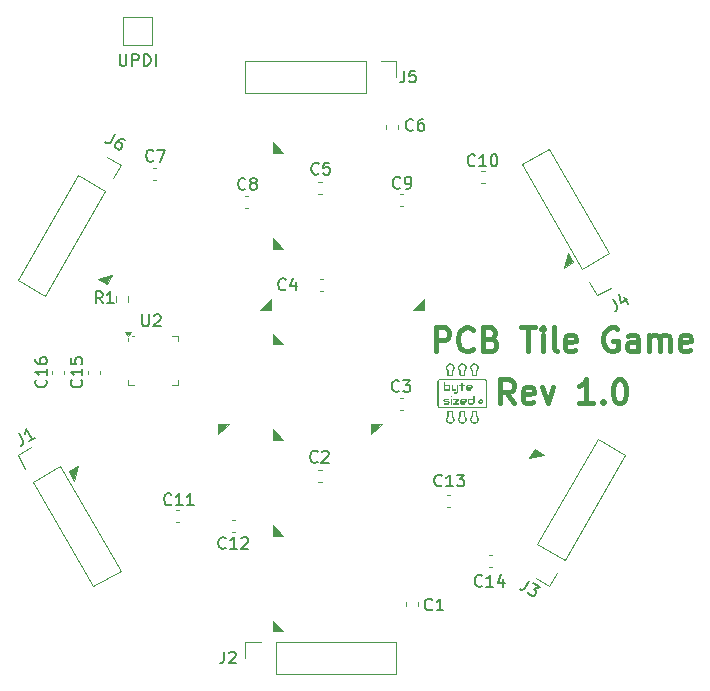
<source format=gbr>
%TF.GenerationSoftware,KiCad,Pcbnew,8.0.8*%
%TF.CreationDate,2025-04-07T13:41:04-04:00*%
%TF.ProjectId,pcb_tile_game_tile_sos,7063625f-7469-46c6-955f-67616d655f74,1.0*%
%TF.SameCoordinates,Original*%
%TF.FileFunction,Legend,Top*%
%TF.FilePolarity,Positive*%
%FSLAX46Y46*%
G04 Gerber Fmt 4.6, Leading zero omitted, Abs format (unit mm)*
G04 Created by KiCad (PCBNEW 8.0.8) date 2025-04-07 13:41:04*
%MOMM*%
%LPD*%
G01*
G04 APERTURE LIST*
%ADD10C,0.400000*%
%ADD11C,0.200000*%
%ADD12C,0.150000*%
%ADD13C,0.120000*%
%ADD14C,0.000000*%
%ADD15C,0.100000*%
G04 APERTURE END LIST*
D10*
X156417142Y-83004438D02*
X155750475Y-82052057D01*
X155274285Y-83004438D02*
X155274285Y-81004438D01*
X155274285Y-81004438D02*
X156036190Y-81004438D01*
X156036190Y-81004438D02*
X156226666Y-81099676D01*
X156226666Y-81099676D02*
X156321904Y-81194914D01*
X156321904Y-81194914D02*
X156417142Y-81385390D01*
X156417142Y-81385390D02*
X156417142Y-81671104D01*
X156417142Y-81671104D02*
X156321904Y-81861580D01*
X156321904Y-81861580D02*
X156226666Y-81956819D01*
X156226666Y-81956819D02*
X156036190Y-82052057D01*
X156036190Y-82052057D02*
X155274285Y-82052057D01*
X158036190Y-82909200D02*
X157845714Y-83004438D01*
X157845714Y-83004438D02*
X157464761Y-83004438D01*
X157464761Y-83004438D02*
X157274285Y-82909200D01*
X157274285Y-82909200D02*
X157179047Y-82718723D01*
X157179047Y-82718723D02*
X157179047Y-81956819D01*
X157179047Y-81956819D02*
X157274285Y-81766342D01*
X157274285Y-81766342D02*
X157464761Y-81671104D01*
X157464761Y-81671104D02*
X157845714Y-81671104D01*
X157845714Y-81671104D02*
X158036190Y-81766342D01*
X158036190Y-81766342D02*
X158131428Y-81956819D01*
X158131428Y-81956819D02*
X158131428Y-82147295D01*
X158131428Y-82147295D02*
X157179047Y-82337771D01*
X158798095Y-81671104D02*
X159274285Y-83004438D01*
X159274285Y-83004438D02*
X159750476Y-81671104D01*
X163083810Y-83004438D02*
X161940953Y-83004438D01*
X162512381Y-83004438D02*
X162512381Y-81004438D01*
X162512381Y-81004438D02*
X162321905Y-81290152D01*
X162321905Y-81290152D02*
X162131429Y-81480628D01*
X162131429Y-81480628D02*
X161940953Y-81575866D01*
X163940953Y-82813961D02*
X164036191Y-82909200D01*
X164036191Y-82909200D02*
X163940953Y-83004438D01*
X163940953Y-83004438D02*
X163845715Y-82909200D01*
X163845715Y-82909200D02*
X163940953Y-82813961D01*
X163940953Y-82813961D02*
X163940953Y-83004438D01*
X165274286Y-81004438D02*
X165464763Y-81004438D01*
X165464763Y-81004438D02*
X165655239Y-81099676D01*
X165655239Y-81099676D02*
X165750477Y-81194914D01*
X165750477Y-81194914D02*
X165845715Y-81385390D01*
X165845715Y-81385390D02*
X165940953Y-81766342D01*
X165940953Y-81766342D02*
X165940953Y-82242533D01*
X165940953Y-82242533D02*
X165845715Y-82623485D01*
X165845715Y-82623485D02*
X165750477Y-82813961D01*
X165750477Y-82813961D02*
X165655239Y-82909200D01*
X165655239Y-82909200D02*
X165464763Y-83004438D01*
X165464763Y-83004438D02*
X165274286Y-83004438D01*
X165274286Y-83004438D02*
X165083810Y-82909200D01*
X165083810Y-82909200D02*
X164988572Y-82813961D01*
X164988572Y-82813961D02*
X164893334Y-82623485D01*
X164893334Y-82623485D02*
X164798096Y-82242533D01*
X164798096Y-82242533D02*
X164798096Y-81766342D01*
X164798096Y-81766342D02*
X164893334Y-81385390D01*
X164893334Y-81385390D02*
X164988572Y-81194914D01*
X164988572Y-81194914D02*
X165083810Y-81099676D01*
X165083810Y-81099676D02*
X165274286Y-81004438D01*
D11*
X123036191Y-53452219D02*
X123036191Y-54261742D01*
X123036191Y-54261742D02*
X123083810Y-54356980D01*
X123083810Y-54356980D02*
X123131429Y-54404600D01*
X123131429Y-54404600D02*
X123226667Y-54452219D01*
X123226667Y-54452219D02*
X123417143Y-54452219D01*
X123417143Y-54452219D02*
X123512381Y-54404600D01*
X123512381Y-54404600D02*
X123560000Y-54356980D01*
X123560000Y-54356980D02*
X123607619Y-54261742D01*
X123607619Y-54261742D02*
X123607619Y-53452219D01*
X124083810Y-54452219D02*
X124083810Y-53452219D01*
X124083810Y-53452219D02*
X124464762Y-53452219D01*
X124464762Y-53452219D02*
X124560000Y-53499838D01*
X124560000Y-53499838D02*
X124607619Y-53547457D01*
X124607619Y-53547457D02*
X124655238Y-53642695D01*
X124655238Y-53642695D02*
X124655238Y-53785552D01*
X124655238Y-53785552D02*
X124607619Y-53880790D01*
X124607619Y-53880790D02*
X124560000Y-53928409D01*
X124560000Y-53928409D02*
X124464762Y-53976028D01*
X124464762Y-53976028D02*
X124083810Y-53976028D01*
X125083810Y-54452219D02*
X125083810Y-53452219D01*
X125083810Y-53452219D02*
X125321905Y-53452219D01*
X125321905Y-53452219D02*
X125464762Y-53499838D01*
X125464762Y-53499838D02*
X125560000Y-53595076D01*
X125560000Y-53595076D02*
X125607619Y-53690314D01*
X125607619Y-53690314D02*
X125655238Y-53880790D01*
X125655238Y-53880790D02*
X125655238Y-54023647D01*
X125655238Y-54023647D02*
X125607619Y-54214123D01*
X125607619Y-54214123D02*
X125560000Y-54309361D01*
X125560000Y-54309361D02*
X125464762Y-54404600D01*
X125464762Y-54404600D02*
X125321905Y-54452219D01*
X125321905Y-54452219D02*
X125083810Y-54452219D01*
X126083810Y-54452219D02*
X126083810Y-53452219D01*
D10*
X149798094Y-78604438D02*
X149798094Y-76604438D01*
X149798094Y-76604438D02*
X150559999Y-76604438D01*
X150559999Y-76604438D02*
X150750475Y-76699676D01*
X150750475Y-76699676D02*
X150845713Y-76794914D01*
X150845713Y-76794914D02*
X150940951Y-76985390D01*
X150940951Y-76985390D02*
X150940951Y-77271104D01*
X150940951Y-77271104D02*
X150845713Y-77461580D01*
X150845713Y-77461580D02*
X150750475Y-77556819D01*
X150750475Y-77556819D02*
X150559999Y-77652057D01*
X150559999Y-77652057D02*
X149798094Y-77652057D01*
X152940951Y-78413961D02*
X152845713Y-78509200D01*
X152845713Y-78509200D02*
X152559999Y-78604438D01*
X152559999Y-78604438D02*
X152369523Y-78604438D01*
X152369523Y-78604438D02*
X152083808Y-78509200D01*
X152083808Y-78509200D02*
X151893332Y-78318723D01*
X151893332Y-78318723D02*
X151798094Y-78128247D01*
X151798094Y-78128247D02*
X151702856Y-77747295D01*
X151702856Y-77747295D02*
X151702856Y-77461580D01*
X151702856Y-77461580D02*
X151798094Y-77080628D01*
X151798094Y-77080628D02*
X151893332Y-76890152D01*
X151893332Y-76890152D02*
X152083808Y-76699676D01*
X152083808Y-76699676D02*
X152369523Y-76604438D01*
X152369523Y-76604438D02*
X152559999Y-76604438D01*
X152559999Y-76604438D02*
X152845713Y-76699676D01*
X152845713Y-76699676D02*
X152940951Y-76794914D01*
X154464761Y-77556819D02*
X154750475Y-77652057D01*
X154750475Y-77652057D02*
X154845713Y-77747295D01*
X154845713Y-77747295D02*
X154940951Y-77937771D01*
X154940951Y-77937771D02*
X154940951Y-78223485D01*
X154940951Y-78223485D02*
X154845713Y-78413961D01*
X154845713Y-78413961D02*
X154750475Y-78509200D01*
X154750475Y-78509200D02*
X154559999Y-78604438D01*
X154559999Y-78604438D02*
X153798094Y-78604438D01*
X153798094Y-78604438D02*
X153798094Y-76604438D01*
X153798094Y-76604438D02*
X154464761Y-76604438D01*
X154464761Y-76604438D02*
X154655237Y-76699676D01*
X154655237Y-76699676D02*
X154750475Y-76794914D01*
X154750475Y-76794914D02*
X154845713Y-76985390D01*
X154845713Y-76985390D02*
X154845713Y-77175866D01*
X154845713Y-77175866D02*
X154750475Y-77366342D01*
X154750475Y-77366342D02*
X154655237Y-77461580D01*
X154655237Y-77461580D02*
X154464761Y-77556819D01*
X154464761Y-77556819D02*
X153798094Y-77556819D01*
X157036190Y-76604438D02*
X158179047Y-76604438D01*
X157607618Y-78604438D02*
X157607618Y-76604438D01*
X158845714Y-78604438D02*
X158845714Y-77271104D01*
X158845714Y-76604438D02*
X158750476Y-76699676D01*
X158750476Y-76699676D02*
X158845714Y-76794914D01*
X158845714Y-76794914D02*
X158940952Y-76699676D01*
X158940952Y-76699676D02*
X158845714Y-76604438D01*
X158845714Y-76604438D02*
X158845714Y-76794914D01*
X160083809Y-78604438D02*
X159893333Y-78509200D01*
X159893333Y-78509200D02*
X159798095Y-78318723D01*
X159798095Y-78318723D02*
X159798095Y-76604438D01*
X161607619Y-78509200D02*
X161417143Y-78604438D01*
X161417143Y-78604438D02*
X161036190Y-78604438D01*
X161036190Y-78604438D02*
X160845714Y-78509200D01*
X160845714Y-78509200D02*
X160750476Y-78318723D01*
X160750476Y-78318723D02*
X160750476Y-77556819D01*
X160750476Y-77556819D02*
X160845714Y-77366342D01*
X160845714Y-77366342D02*
X161036190Y-77271104D01*
X161036190Y-77271104D02*
X161417143Y-77271104D01*
X161417143Y-77271104D02*
X161607619Y-77366342D01*
X161607619Y-77366342D02*
X161702857Y-77556819D01*
X161702857Y-77556819D02*
X161702857Y-77747295D01*
X161702857Y-77747295D02*
X160750476Y-77937771D01*
X165131429Y-76699676D02*
X164940953Y-76604438D01*
X164940953Y-76604438D02*
X164655239Y-76604438D01*
X164655239Y-76604438D02*
X164369524Y-76699676D01*
X164369524Y-76699676D02*
X164179048Y-76890152D01*
X164179048Y-76890152D02*
X164083810Y-77080628D01*
X164083810Y-77080628D02*
X163988572Y-77461580D01*
X163988572Y-77461580D02*
X163988572Y-77747295D01*
X163988572Y-77747295D02*
X164083810Y-78128247D01*
X164083810Y-78128247D02*
X164179048Y-78318723D01*
X164179048Y-78318723D02*
X164369524Y-78509200D01*
X164369524Y-78509200D02*
X164655239Y-78604438D01*
X164655239Y-78604438D02*
X164845715Y-78604438D01*
X164845715Y-78604438D02*
X165131429Y-78509200D01*
X165131429Y-78509200D02*
X165226667Y-78413961D01*
X165226667Y-78413961D02*
X165226667Y-77747295D01*
X165226667Y-77747295D02*
X164845715Y-77747295D01*
X166940953Y-78604438D02*
X166940953Y-77556819D01*
X166940953Y-77556819D02*
X166845715Y-77366342D01*
X166845715Y-77366342D02*
X166655239Y-77271104D01*
X166655239Y-77271104D02*
X166274286Y-77271104D01*
X166274286Y-77271104D02*
X166083810Y-77366342D01*
X166940953Y-78509200D02*
X166750477Y-78604438D01*
X166750477Y-78604438D02*
X166274286Y-78604438D01*
X166274286Y-78604438D02*
X166083810Y-78509200D01*
X166083810Y-78509200D02*
X165988572Y-78318723D01*
X165988572Y-78318723D02*
X165988572Y-78128247D01*
X165988572Y-78128247D02*
X166083810Y-77937771D01*
X166083810Y-77937771D02*
X166274286Y-77842533D01*
X166274286Y-77842533D02*
X166750477Y-77842533D01*
X166750477Y-77842533D02*
X166940953Y-77747295D01*
X167893334Y-78604438D02*
X167893334Y-77271104D01*
X167893334Y-77461580D02*
X167988572Y-77366342D01*
X167988572Y-77366342D02*
X168179048Y-77271104D01*
X168179048Y-77271104D02*
X168464763Y-77271104D01*
X168464763Y-77271104D02*
X168655239Y-77366342D01*
X168655239Y-77366342D02*
X168750477Y-77556819D01*
X168750477Y-77556819D02*
X168750477Y-78604438D01*
X168750477Y-77556819D02*
X168845715Y-77366342D01*
X168845715Y-77366342D02*
X169036191Y-77271104D01*
X169036191Y-77271104D02*
X169321905Y-77271104D01*
X169321905Y-77271104D02*
X169512382Y-77366342D01*
X169512382Y-77366342D02*
X169607620Y-77556819D01*
X169607620Y-77556819D02*
X169607620Y-78604438D01*
X171321906Y-78509200D02*
X171131430Y-78604438D01*
X171131430Y-78604438D02*
X170750477Y-78604438D01*
X170750477Y-78604438D02*
X170560001Y-78509200D01*
X170560001Y-78509200D02*
X170464763Y-78318723D01*
X170464763Y-78318723D02*
X170464763Y-77556819D01*
X170464763Y-77556819D02*
X170560001Y-77366342D01*
X170560001Y-77366342D02*
X170750477Y-77271104D01*
X170750477Y-77271104D02*
X171131430Y-77271104D01*
X171131430Y-77271104D02*
X171321906Y-77366342D01*
X171321906Y-77366342D02*
X171417144Y-77556819D01*
X171417144Y-77556819D02*
X171417144Y-77747295D01*
X171417144Y-77747295D02*
X170464763Y-77937771D01*
D12*
X139793333Y-87959580D02*
X139745714Y-88007200D01*
X139745714Y-88007200D02*
X139602857Y-88054819D01*
X139602857Y-88054819D02*
X139507619Y-88054819D01*
X139507619Y-88054819D02*
X139364762Y-88007200D01*
X139364762Y-88007200D02*
X139269524Y-87911961D01*
X139269524Y-87911961D02*
X139221905Y-87816723D01*
X139221905Y-87816723D02*
X139174286Y-87626247D01*
X139174286Y-87626247D02*
X139174286Y-87483390D01*
X139174286Y-87483390D02*
X139221905Y-87292914D01*
X139221905Y-87292914D02*
X139269524Y-87197676D01*
X139269524Y-87197676D02*
X139364762Y-87102438D01*
X139364762Y-87102438D02*
X139507619Y-87054819D01*
X139507619Y-87054819D02*
X139602857Y-87054819D01*
X139602857Y-87054819D02*
X139745714Y-87102438D01*
X139745714Y-87102438D02*
X139793333Y-87150057D01*
X140174286Y-87150057D02*
X140221905Y-87102438D01*
X140221905Y-87102438D02*
X140317143Y-87054819D01*
X140317143Y-87054819D02*
X140555238Y-87054819D01*
X140555238Y-87054819D02*
X140650476Y-87102438D01*
X140650476Y-87102438D02*
X140698095Y-87150057D01*
X140698095Y-87150057D02*
X140745714Y-87245295D01*
X140745714Y-87245295D02*
X140745714Y-87340533D01*
X140745714Y-87340533D02*
X140698095Y-87483390D01*
X140698095Y-87483390D02*
X140126667Y-88054819D01*
X140126667Y-88054819D02*
X140745714Y-88054819D01*
X150317142Y-89959580D02*
X150269523Y-90007200D01*
X150269523Y-90007200D02*
X150126666Y-90054819D01*
X150126666Y-90054819D02*
X150031428Y-90054819D01*
X150031428Y-90054819D02*
X149888571Y-90007200D01*
X149888571Y-90007200D02*
X149793333Y-89911961D01*
X149793333Y-89911961D02*
X149745714Y-89816723D01*
X149745714Y-89816723D02*
X149698095Y-89626247D01*
X149698095Y-89626247D02*
X149698095Y-89483390D01*
X149698095Y-89483390D02*
X149745714Y-89292914D01*
X149745714Y-89292914D02*
X149793333Y-89197676D01*
X149793333Y-89197676D02*
X149888571Y-89102438D01*
X149888571Y-89102438D02*
X150031428Y-89054819D01*
X150031428Y-89054819D02*
X150126666Y-89054819D01*
X150126666Y-89054819D02*
X150269523Y-89102438D01*
X150269523Y-89102438D02*
X150317142Y-89150057D01*
X151269523Y-90054819D02*
X150698095Y-90054819D01*
X150983809Y-90054819D02*
X150983809Y-89054819D01*
X150983809Y-89054819D02*
X150888571Y-89197676D01*
X150888571Y-89197676D02*
X150793333Y-89292914D01*
X150793333Y-89292914D02*
X150698095Y-89340533D01*
X151602857Y-89054819D02*
X152221904Y-89054819D01*
X152221904Y-89054819D02*
X151888571Y-89435771D01*
X151888571Y-89435771D02*
X152031428Y-89435771D01*
X152031428Y-89435771D02*
X152126666Y-89483390D01*
X152126666Y-89483390D02*
X152174285Y-89531009D01*
X152174285Y-89531009D02*
X152221904Y-89626247D01*
X152221904Y-89626247D02*
X152221904Y-89864342D01*
X152221904Y-89864342D02*
X152174285Y-89959580D01*
X152174285Y-89959580D02*
X152126666Y-90007200D01*
X152126666Y-90007200D02*
X152031428Y-90054819D01*
X152031428Y-90054819D02*
X151745714Y-90054819D01*
X151745714Y-90054819D02*
X151650476Y-90007200D01*
X151650476Y-90007200D02*
X151602857Y-89959580D01*
X146693333Y-81959580D02*
X146645714Y-82007200D01*
X146645714Y-82007200D02*
X146502857Y-82054819D01*
X146502857Y-82054819D02*
X146407619Y-82054819D01*
X146407619Y-82054819D02*
X146264762Y-82007200D01*
X146264762Y-82007200D02*
X146169524Y-81911961D01*
X146169524Y-81911961D02*
X146121905Y-81816723D01*
X146121905Y-81816723D02*
X146074286Y-81626247D01*
X146074286Y-81626247D02*
X146074286Y-81483390D01*
X146074286Y-81483390D02*
X146121905Y-81292914D01*
X146121905Y-81292914D02*
X146169524Y-81197676D01*
X146169524Y-81197676D02*
X146264762Y-81102438D01*
X146264762Y-81102438D02*
X146407619Y-81054819D01*
X146407619Y-81054819D02*
X146502857Y-81054819D01*
X146502857Y-81054819D02*
X146645714Y-81102438D01*
X146645714Y-81102438D02*
X146693333Y-81150057D01*
X147026667Y-81054819D02*
X147645714Y-81054819D01*
X147645714Y-81054819D02*
X147312381Y-81435771D01*
X147312381Y-81435771D02*
X147455238Y-81435771D01*
X147455238Y-81435771D02*
X147550476Y-81483390D01*
X147550476Y-81483390D02*
X147598095Y-81531009D01*
X147598095Y-81531009D02*
X147645714Y-81626247D01*
X147645714Y-81626247D02*
X147645714Y-81864342D01*
X147645714Y-81864342D02*
X147598095Y-81959580D01*
X147598095Y-81959580D02*
X147550476Y-82007200D01*
X147550476Y-82007200D02*
X147455238Y-82054819D01*
X147455238Y-82054819D02*
X147169524Y-82054819D01*
X147169524Y-82054819D02*
X147074286Y-82007200D01*
X147074286Y-82007200D02*
X147026667Y-81959580D01*
X131876666Y-104054819D02*
X131876666Y-104769104D01*
X131876666Y-104769104D02*
X131829047Y-104911961D01*
X131829047Y-104911961D02*
X131733809Y-105007200D01*
X131733809Y-105007200D02*
X131590952Y-105054819D01*
X131590952Y-105054819D02*
X131495714Y-105054819D01*
X132305238Y-104150057D02*
X132352857Y-104102438D01*
X132352857Y-104102438D02*
X132448095Y-104054819D01*
X132448095Y-104054819D02*
X132686190Y-104054819D01*
X132686190Y-104054819D02*
X132781428Y-104102438D01*
X132781428Y-104102438D02*
X132829047Y-104150057D01*
X132829047Y-104150057D02*
X132876666Y-104245295D01*
X132876666Y-104245295D02*
X132876666Y-104340533D01*
X132876666Y-104340533D02*
X132829047Y-104483390D01*
X132829047Y-104483390D02*
X132257619Y-105054819D01*
X132257619Y-105054819D02*
X132876666Y-105054819D01*
X121593333Y-74554819D02*
X121260000Y-74078628D01*
X121021905Y-74554819D02*
X121021905Y-73554819D01*
X121021905Y-73554819D02*
X121402857Y-73554819D01*
X121402857Y-73554819D02*
X121498095Y-73602438D01*
X121498095Y-73602438D02*
X121545714Y-73650057D01*
X121545714Y-73650057D02*
X121593333Y-73745295D01*
X121593333Y-73745295D02*
X121593333Y-73888152D01*
X121593333Y-73888152D02*
X121545714Y-73983390D01*
X121545714Y-73983390D02*
X121498095Y-74031009D01*
X121498095Y-74031009D02*
X121402857Y-74078628D01*
X121402857Y-74078628D02*
X121021905Y-74078628D01*
X122545714Y-74554819D02*
X121974286Y-74554819D01*
X122260000Y-74554819D02*
X122260000Y-73554819D01*
X122260000Y-73554819D02*
X122164762Y-73697676D01*
X122164762Y-73697676D02*
X122069524Y-73792914D01*
X122069524Y-73792914D02*
X121974286Y-73840533D01*
X153117142Y-62859580D02*
X153069523Y-62907200D01*
X153069523Y-62907200D02*
X152926666Y-62954819D01*
X152926666Y-62954819D02*
X152831428Y-62954819D01*
X152831428Y-62954819D02*
X152688571Y-62907200D01*
X152688571Y-62907200D02*
X152593333Y-62811961D01*
X152593333Y-62811961D02*
X152545714Y-62716723D01*
X152545714Y-62716723D02*
X152498095Y-62526247D01*
X152498095Y-62526247D02*
X152498095Y-62383390D01*
X152498095Y-62383390D02*
X152545714Y-62192914D01*
X152545714Y-62192914D02*
X152593333Y-62097676D01*
X152593333Y-62097676D02*
X152688571Y-62002438D01*
X152688571Y-62002438D02*
X152831428Y-61954819D01*
X152831428Y-61954819D02*
X152926666Y-61954819D01*
X152926666Y-61954819D02*
X153069523Y-62002438D01*
X153069523Y-62002438D02*
X153117142Y-62050057D01*
X154069523Y-62954819D02*
X153498095Y-62954819D01*
X153783809Y-62954819D02*
X153783809Y-61954819D01*
X153783809Y-61954819D02*
X153688571Y-62097676D01*
X153688571Y-62097676D02*
X153593333Y-62192914D01*
X153593333Y-62192914D02*
X153498095Y-62240533D01*
X154688571Y-61954819D02*
X154783809Y-61954819D01*
X154783809Y-61954819D02*
X154879047Y-62002438D01*
X154879047Y-62002438D02*
X154926666Y-62050057D01*
X154926666Y-62050057D02*
X154974285Y-62145295D01*
X154974285Y-62145295D02*
X155021904Y-62335771D01*
X155021904Y-62335771D02*
X155021904Y-62573866D01*
X155021904Y-62573866D02*
X154974285Y-62764342D01*
X154974285Y-62764342D02*
X154926666Y-62859580D01*
X154926666Y-62859580D02*
X154879047Y-62907200D01*
X154879047Y-62907200D02*
X154783809Y-62954819D01*
X154783809Y-62954819D02*
X154688571Y-62954819D01*
X154688571Y-62954819D02*
X154593333Y-62907200D01*
X154593333Y-62907200D02*
X154545714Y-62859580D01*
X154545714Y-62859580D02*
X154498095Y-62764342D01*
X154498095Y-62764342D02*
X154450476Y-62573866D01*
X154450476Y-62573866D02*
X154450476Y-62335771D01*
X154450476Y-62335771D02*
X154498095Y-62145295D01*
X154498095Y-62145295D02*
X154545714Y-62050057D01*
X154545714Y-62050057D02*
X154593333Y-62002438D01*
X154593333Y-62002438D02*
X154688571Y-61954819D01*
X119789580Y-81042857D02*
X119837200Y-81090476D01*
X119837200Y-81090476D02*
X119884819Y-81233333D01*
X119884819Y-81233333D02*
X119884819Y-81328571D01*
X119884819Y-81328571D02*
X119837200Y-81471428D01*
X119837200Y-81471428D02*
X119741961Y-81566666D01*
X119741961Y-81566666D02*
X119646723Y-81614285D01*
X119646723Y-81614285D02*
X119456247Y-81661904D01*
X119456247Y-81661904D02*
X119313390Y-81661904D01*
X119313390Y-81661904D02*
X119122914Y-81614285D01*
X119122914Y-81614285D02*
X119027676Y-81566666D01*
X119027676Y-81566666D02*
X118932438Y-81471428D01*
X118932438Y-81471428D02*
X118884819Y-81328571D01*
X118884819Y-81328571D02*
X118884819Y-81233333D01*
X118884819Y-81233333D02*
X118932438Y-81090476D01*
X118932438Y-81090476D02*
X118980057Y-81042857D01*
X119884819Y-80090476D02*
X119884819Y-80661904D01*
X119884819Y-80376190D02*
X118884819Y-80376190D01*
X118884819Y-80376190D02*
X119027676Y-80471428D01*
X119027676Y-80471428D02*
X119122914Y-80566666D01*
X119122914Y-80566666D02*
X119170533Y-80661904D01*
X118884819Y-79185714D02*
X118884819Y-79661904D01*
X118884819Y-79661904D02*
X119361009Y-79709523D01*
X119361009Y-79709523D02*
X119313390Y-79661904D01*
X119313390Y-79661904D02*
X119265771Y-79566666D01*
X119265771Y-79566666D02*
X119265771Y-79328571D01*
X119265771Y-79328571D02*
X119313390Y-79233333D01*
X119313390Y-79233333D02*
X119361009Y-79185714D01*
X119361009Y-79185714D02*
X119456247Y-79138095D01*
X119456247Y-79138095D02*
X119694342Y-79138095D01*
X119694342Y-79138095D02*
X119789580Y-79185714D01*
X119789580Y-79185714D02*
X119837200Y-79233333D01*
X119837200Y-79233333D02*
X119884819Y-79328571D01*
X119884819Y-79328571D02*
X119884819Y-79566666D01*
X119884819Y-79566666D02*
X119837200Y-79661904D01*
X119837200Y-79661904D02*
X119789580Y-79709523D01*
X139893333Y-63559580D02*
X139845714Y-63607200D01*
X139845714Y-63607200D02*
X139702857Y-63654819D01*
X139702857Y-63654819D02*
X139607619Y-63654819D01*
X139607619Y-63654819D02*
X139464762Y-63607200D01*
X139464762Y-63607200D02*
X139369524Y-63511961D01*
X139369524Y-63511961D02*
X139321905Y-63416723D01*
X139321905Y-63416723D02*
X139274286Y-63226247D01*
X139274286Y-63226247D02*
X139274286Y-63083390D01*
X139274286Y-63083390D02*
X139321905Y-62892914D01*
X139321905Y-62892914D02*
X139369524Y-62797676D01*
X139369524Y-62797676D02*
X139464762Y-62702438D01*
X139464762Y-62702438D02*
X139607619Y-62654819D01*
X139607619Y-62654819D02*
X139702857Y-62654819D01*
X139702857Y-62654819D02*
X139845714Y-62702438D01*
X139845714Y-62702438D02*
X139893333Y-62750057D01*
X140798095Y-62654819D02*
X140321905Y-62654819D01*
X140321905Y-62654819D02*
X140274286Y-63131009D01*
X140274286Y-63131009D02*
X140321905Y-63083390D01*
X140321905Y-63083390D02*
X140417143Y-63035771D01*
X140417143Y-63035771D02*
X140655238Y-63035771D01*
X140655238Y-63035771D02*
X140750476Y-63083390D01*
X140750476Y-63083390D02*
X140798095Y-63131009D01*
X140798095Y-63131009D02*
X140845714Y-63226247D01*
X140845714Y-63226247D02*
X140845714Y-63464342D01*
X140845714Y-63464342D02*
X140798095Y-63559580D01*
X140798095Y-63559580D02*
X140750476Y-63607200D01*
X140750476Y-63607200D02*
X140655238Y-63654819D01*
X140655238Y-63654819D02*
X140417143Y-63654819D01*
X140417143Y-63654819D02*
X140321905Y-63607200D01*
X140321905Y-63607200D02*
X140274286Y-63559580D01*
X133693333Y-64859580D02*
X133645714Y-64907200D01*
X133645714Y-64907200D02*
X133502857Y-64954819D01*
X133502857Y-64954819D02*
X133407619Y-64954819D01*
X133407619Y-64954819D02*
X133264762Y-64907200D01*
X133264762Y-64907200D02*
X133169524Y-64811961D01*
X133169524Y-64811961D02*
X133121905Y-64716723D01*
X133121905Y-64716723D02*
X133074286Y-64526247D01*
X133074286Y-64526247D02*
X133074286Y-64383390D01*
X133074286Y-64383390D02*
X133121905Y-64192914D01*
X133121905Y-64192914D02*
X133169524Y-64097676D01*
X133169524Y-64097676D02*
X133264762Y-64002438D01*
X133264762Y-64002438D02*
X133407619Y-63954819D01*
X133407619Y-63954819D02*
X133502857Y-63954819D01*
X133502857Y-63954819D02*
X133645714Y-64002438D01*
X133645714Y-64002438D02*
X133693333Y-64050057D01*
X134264762Y-64383390D02*
X134169524Y-64335771D01*
X134169524Y-64335771D02*
X134121905Y-64288152D01*
X134121905Y-64288152D02*
X134074286Y-64192914D01*
X134074286Y-64192914D02*
X134074286Y-64145295D01*
X134074286Y-64145295D02*
X134121905Y-64050057D01*
X134121905Y-64050057D02*
X134169524Y-64002438D01*
X134169524Y-64002438D02*
X134264762Y-63954819D01*
X134264762Y-63954819D02*
X134455238Y-63954819D01*
X134455238Y-63954819D02*
X134550476Y-64002438D01*
X134550476Y-64002438D02*
X134598095Y-64050057D01*
X134598095Y-64050057D02*
X134645714Y-64145295D01*
X134645714Y-64145295D02*
X134645714Y-64192914D01*
X134645714Y-64192914D02*
X134598095Y-64288152D01*
X134598095Y-64288152D02*
X134550476Y-64335771D01*
X134550476Y-64335771D02*
X134455238Y-64383390D01*
X134455238Y-64383390D02*
X134264762Y-64383390D01*
X134264762Y-64383390D02*
X134169524Y-64431009D01*
X134169524Y-64431009D02*
X134121905Y-64478628D01*
X134121905Y-64478628D02*
X134074286Y-64573866D01*
X134074286Y-64573866D02*
X134074286Y-64764342D01*
X134074286Y-64764342D02*
X134121905Y-64859580D01*
X134121905Y-64859580D02*
X134169524Y-64907200D01*
X134169524Y-64907200D02*
X134264762Y-64954819D01*
X134264762Y-64954819D02*
X134455238Y-64954819D01*
X134455238Y-64954819D02*
X134550476Y-64907200D01*
X134550476Y-64907200D02*
X134598095Y-64859580D01*
X134598095Y-64859580D02*
X134645714Y-64764342D01*
X134645714Y-64764342D02*
X134645714Y-64573866D01*
X134645714Y-64573866D02*
X134598095Y-64478628D01*
X134598095Y-64478628D02*
X134550476Y-64431009D01*
X134550476Y-64431009D02*
X134455238Y-64383390D01*
X147893333Y-59859580D02*
X147845714Y-59907200D01*
X147845714Y-59907200D02*
X147702857Y-59954819D01*
X147702857Y-59954819D02*
X147607619Y-59954819D01*
X147607619Y-59954819D02*
X147464762Y-59907200D01*
X147464762Y-59907200D02*
X147369524Y-59811961D01*
X147369524Y-59811961D02*
X147321905Y-59716723D01*
X147321905Y-59716723D02*
X147274286Y-59526247D01*
X147274286Y-59526247D02*
X147274286Y-59383390D01*
X147274286Y-59383390D02*
X147321905Y-59192914D01*
X147321905Y-59192914D02*
X147369524Y-59097676D01*
X147369524Y-59097676D02*
X147464762Y-59002438D01*
X147464762Y-59002438D02*
X147607619Y-58954819D01*
X147607619Y-58954819D02*
X147702857Y-58954819D01*
X147702857Y-58954819D02*
X147845714Y-59002438D01*
X147845714Y-59002438D02*
X147893333Y-59050057D01*
X148750476Y-58954819D02*
X148560000Y-58954819D01*
X148560000Y-58954819D02*
X148464762Y-59002438D01*
X148464762Y-59002438D02*
X148417143Y-59050057D01*
X148417143Y-59050057D02*
X148321905Y-59192914D01*
X148321905Y-59192914D02*
X148274286Y-59383390D01*
X148274286Y-59383390D02*
X148274286Y-59764342D01*
X148274286Y-59764342D02*
X148321905Y-59859580D01*
X148321905Y-59859580D02*
X148369524Y-59907200D01*
X148369524Y-59907200D02*
X148464762Y-59954819D01*
X148464762Y-59954819D02*
X148655238Y-59954819D01*
X148655238Y-59954819D02*
X148750476Y-59907200D01*
X148750476Y-59907200D02*
X148798095Y-59859580D01*
X148798095Y-59859580D02*
X148845714Y-59764342D01*
X148845714Y-59764342D02*
X148845714Y-59526247D01*
X148845714Y-59526247D02*
X148798095Y-59431009D01*
X148798095Y-59431009D02*
X148750476Y-59383390D01*
X148750476Y-59383390D02*
X148655238Y-59335771D01*
X148655238Y-59335771D02*
X148464762Y-59335771D01*
X148464762Y-59335771D02*
X148369524Y-59383390D01*
X148369524Y-59383390D02*
X148321905Y-59431009D01*
X148321905Y-59431009D02*
X148274286Y-59526247D01*
X157738915Y-98068440D02*
X157381772Y-98687030D01*
X157381772Y-98687030D02*
X157269104Y-98786938D01*
X157269104Y-98786938D02*
X157139006Y-98821798D01*
X157139006Y-98821798D02*
X156991479Y-98791608D01*
X156991479Y-98791608D02*
X156909000Y-98743989D01*
X158068829Y-98258917D02*
X158604940Y-98568440D01*
X158604940Y-98568440D02*
X158125789Y-98731688D01*
X158125789Y-98731688D02*
X158249507Y-98803117D01*
X158249507Y-98803117D02*
X158308176Y-98891975D01*
X158308176Y-98891975D02*
X158325606Y-98957024D01*
X158325606Y-98957024D02*
X158319226Y-99063312D01*
X158319226Y-99063312D02*
X158200178Y-99269509D01*
X158200178Y-99269509D02*
X158111320Y-99328178D01*
X158111320Y-99328178D02*
X158046271Y-99345607D01*
X158046271Y-99345607D02*
X157939983Y-99339228D01*
X157939983Y-99339228D02*
X157692547Y-99196370D01*
X157692547Y-99196370D02*
X157633878Y-99107512D01*
X157633878Y-99107512D02*
X157616448Y-99042463D01*
X153717142Y-98459580D02*
X153669523Y-98507200D01*
X153669523Y-98507200D02*
X153526666Y-98554819D01*
X153526666Y-98554819D02*
X153431428Y-98554819D01*
X153431428Y-98554819D02*
X153288571Y-98507200D01*
X153288571Y-98507200D02*
X153193333Y-98411961D01*
X153193333Y-98411961D02*
X153145714Y-98316723D01*
X153145714Y-98316723D02*
X153098095Y-98126247D01*
X153098095Y-98126247D02*
X153098095Y-97983390D01*
X153098095Y-97983390D02*
X153145714Y-97792914D01*
X153145714Y-97792914D02*
X153193333Y-97697676D01*
X153193333Y-97697676D02*
X153288571Y-97602438D01*
X153288571Y-97602438D02*
X153431428Y-97554819D01*
X153431428Y-97554819D02*
X153526666Y-97554819D01*
X153526666Y-97554819D02*
X153669523Y-97602438D01*
X153669523Y-97602438D02*
X153717142Y-97650057D01*
X154669523Y-98554819D02*
X154098095Y-98554819D01*
X154383809Y-98554819D02*
X154383809Y-97554819D01*
X154383809Y-97554819D02*
X154288571Y-97697676D01*
X154288571Y-97697676D02*
X154193333Y-97792914D01*
X154193333Y-97792914D02*
X154098095Y-97840533D01*
X155526666Y-97888152D02*
X155526666Y-98554819D01*
X155288571Y-97507200D02*
X155050476Y-98221485D01*
X155050476Y-98221485D02*
X155669523Y-98221485D01*
X132017142Y-95259580D02*
X131969523Y-95307200D01*
X131969523Y-95307200D02*
X131826666Y-95354819D01*
X131826666Y-95354819D02*
X131731428Y-95354819D01*
X131731428Y-95354819D02*
X131588571Y-95307200D01*
X131588571Y-95307200D02*
X131493333Y-95211961D01*
X131493333Y-95211961D02*
X131445714Y-95116723D01*
X131445714Y-95116723D02*
X131398095Y-94926247D01*
X131398095Y-94926247D02*
X131398095Y-94783390D01*
X131398095Y-94783390D02*
X131445714Y-94592914D01*
X131445714Y-94592914D02*
X131493333Y-94497676D01*
X131493333Y-94497676D02*
X131588571Y-94402438D01*
X131588571Y-94402438D02*
X131731428Y-94354819D01*
X131731428Y-94354819D02*
X131826666Y-94354819D01*
X131826666Y-94354819D02*
X131969523Y-94402438D01*
X131969523Y-94402438D02*
X132017142Y-94450057D01*
X132969523Y-95354819D02*
X132398095Y-95354819D01*
X132683809Y-95354819D02*
X132683809Y-94354819D01*
X132683809Y-94354819D02*
X132588571Y-94497676D01*
X132588571Y-94497676D02*
X132493333Y-94592914D01*
X132493333Y-94592914D02*
X132398095Y-94640533D01*
X133350476Y-94450057D02*
X133398095Y-94402438D01*
X133398095Y-94402438D02*
X133493333Y-94354819D01*
X133493333Y-94354819D02*
X133731428Y-94354819D01*
X133731428Y-94354819D02*
X133826666Y-94402438D01*
X133826666Y-94402438D02*
X133874285Y-94450057D01*
X133874285Y-94450057D02*
X133921904Y-94545295D01*
X133921904Y-94545295D02*
X133921904Y-94640533D01*
X133921904Y-94640533D02*
X133874285Y-94783390D01*
X133874285Y-94783390D02*
X133302857Y-95354819D01*
X133302857Y-95354819D02*
X133921904Y-95354819D01*
X122668915Y-60262893D02*
X122311772Y-60881483D01*
X122311772Y-60881483D02*
X122199104Y-60981391D01*
X122199104Y-60981391D02*
X122069006Y-61016251D01*
X122069006Y-61016251D02*
X121921479Y-60986061D01*
X121921479Y-60986061D02*
X121839000Y-60938442D01*
X123452462Y-60715274D02*
X123287504Y-60620036D01*
X123287504Y-60620036D02*
X123181216Y-60613656D01*
X123181216Y-60613656D02*
X123116168Y-60631086D01*
X123116168Y-60631086D02*
X122962260Y-60707185D01*
X122962260Y-60707185D02*
X122825783Y-60848333D01*
X122825783Y-60848333D02*
X122635307Y-61178247D01*
X122635307Y-61178247D02*
X122628927Y-61284535D01*
X122628927Y-61284535D02*
X122646357Y-61349584D01*
X122646357Y-61349584D02*
X122705026Y-61438443D01*
X122705026Y-61438443D02*
X122869983Y-61533681D01*
X122869983Y-61533681D02*
X122976271Y-61540060D01*
X122976271Y-61540060D02*
X123041320Y-61522631D01*
X123041320Y-61522631D02*
X123130178Y-61463962D01*
X123130178Y-61463962D02*
X123249226Y-61257765D01*
X123249226Y-61257765D02*
X123255606Y-61151477D01*
X123255606Y-61151477D02*
X123238176Y-61086428D01*
X123238176Y-61086428D02*
X123179507Y-60997570D01*
X123179507Y-60997570D02*
X123014550Y-60902332D01*
X123014550Y-60902332D02*
X122908262Y-60895952D01*
X122908262Y-60895952D02*
X122843213Y-60913382D01*
X122843213Y-60913382D02*
X122754354Y-60972051D01*
X125893333Y-62459580D02*
X125845714Y-62507200D01*
X125845714Y-62507200D02*
X125702857Y-62554819D01*
X125702857Y-62554819D02*
X125607619Y-62554819D01*
X125607619Y-62554819D02*
X125464762Y-62507200D01*
X125464762Y-62507200D02*
X125369524Y-62411961D01*
X125369524Y-62411961D02*
X125321905Y-62316723D01*
X125321905Y-62316723D02*
X125274286Y-62126247D01*
X125274286Y-62126247D02*
X125274286Y-61983390D01*
X125274286Y-61983390D02*
X125321905Y-61792914D01*
X125321905Y-61792914D02*
X125369524Y-61697676D01*
X125369524Y-61697676D02*
X125464762Y-61602438D01*
X125464762Y-61602438D02*
X125607619Y-61554819D01*
X125607619Y-61554819D02*
X125702857Y-61554819D01*
X125702857Y-61554819D02*
X125845714Y-61602438D01*
X125845714Y-61602438D02*
X125893333Y-61650057D01*
X126226667Y-61554819D02*
X126893333Y-61554819D01*
X126893333Y-61554819D02*
X126464762Y-62554819D01*
X149493333Y-100459580D02*
X149445714Y-100507200D01*
X149445714Y-100507200D02*
X149302857Y-100554819D01*
X149302857Y-100554819D02*
X149207619Y-100554819D01*
X149207619Y-100554819D02*
X149064762Y-100507200D01*
X149064762Y-100507200D02*
X148969524Y-100411961D01*
X148969524Y-100411961D02*
X148921905Y-100316723D01*
X148921905Y-100316723D02*
X148874286Y-100126247D01*
X148874286Y-100126247D02*
X148874286Y-99983390D01*
X148874286Y-99983390D02*
X148921905Y-99792914D01*
X148921905Y-99792914D02*
X148969524Y-99697676D01*
X148969524Y-99697676D02*
X149064762Y-99602438D01*
X149064762Y-99602438D02*
X149207619Y-99554819D01*
X149207619Y-99554819D02*
X149302857Y-99554819D01*
X149302857Y-99554819D02*
X149445714Y-99602438D01*
X149445714Y-99602438D02*
X149493333Y-99650057D01*
X150445714Y-100554819D02*
X149874286Y-100554819D01*
X150160000Y-100554819D02*
X150160000Y-99554819D01*
X150160000Y-99554819D02*
X150064762Y-99697676D01*
X150064762Y-99697676D02*
X149969524Y-99792914D01*
X149969524Y-99792914D02*
X149874286Y-99840533D01*
X164787083Y-74169344D02*
X165144226Y-74787933D01*
X165144226Y-74787933D02*
X165174415Y-74935461D01*
X165174415Y-74935461D02*
X165139555Y-75065558D01*
X165139555Y-75065558D02*
X165039647Y-75178226D01*
X165039647Y-75178226D02*
X164957168Y-75225845D01*
X165737296Y-74005638D02*
X166070630Y-74582988D01*
X165340624Y-73794771D02*
X165491570Y-74532408D01*
X165491570Y-74532408D02*
X166027681Y-74222884D01*
X146793333Y-64759580D02*
X146745714Y-64807200D01*
X146745714Y-64807200D02*
X146602857Y-64854819D01*
X146602857Y-64854819D02*
X146507619Y-64854819D01*
X146507619Y-64854819D02*
X146364762Y-64807200D01*
X146364762Y-64807200D02*
X146269524Y-64711961D01*
X146269524Y-64711961D02*
X146221905Y-64616723D01*
X146221905Y-64616723D02*
X146174286Y-64426247D01*
X146174286Y-64426247D02*
X146174286Y-64283390D01*
X146174286Y-64283390D02*
X146221905Y-64092914D01*
X146221905Y-64092914D02*
X146269524Y-63997676D01*
X146269524Y-63997676D02*
X146364762Y-63902438D01*
X146364762Y-63902438D02*
X146507619Y-63854819D01*
X146507619Y-63854819D02*
X146602857Y-63854819D01*
X146602857Y-63854819D02*
X146745714Y-63902438D01*
X146745714Y-63902438D02*
X146793333Y-63950057D01*
X147269524Y-64854819D02*
X147460000Y-64854819D01*
X147460000Y-64854819D02*
X147555238Y-64807200D01*
X147555238Y-64807200D02*
X147602857Y-64759580D01*
X147602857Y-64759580D02*
X147698095Y-64616723D01*
X147698095Y-64616723D02*
X147745714Y-64426247D01*
X147745714Y-64426247D02*
X147745714Y-64045295D01*
X147745714Y-64045295D02*
X147698095Y-63950057D01*
X147698095Y-63950057D02*
X147650476Y-63902438D01*
X147650476Y-63902438D02*
X147555238Y-63854819D01*
X147555238Y-63854819D02*
X147364762Y-63854819D01*
X147364762Y-63854819D02*
X147269524Y-63902438D01*
X147269524Y-63902438D02*
X147221905Y-63950057D01*
X147221905Y-63950057D02*
X147174286Y-64045295D01*
X147174286Y-64045295D02*
X147174286Y-64283390D01*
X147174286Y-64283390D02*
X147221905Y-64378628D01*
X147221905Y-64378628D02*
X147269524Y-64426247D01*
X147269524Y-64426247D02*
X147364762Y-64473866D01*
X147364762Y-64473866D02*
X147555238Y-64473866D01*
X147555238Y-64473866D02*
X147650476Y-64426247D01*
X147650476Y-64426247D02*
X147698095Y-64378628D01*
X147698095Y-64378628D02*
X147745714Y-64283390D01*
X114493734Y-85577278D02*
X114850877Y-86195867D01*
X114850877Y-86195867D02*
X114881066Y-86343395D01*
X114881066Y-86343395D02*
X114846206Y-86473492D01*
X114846206Y-86473492D02*
X114746298Y-86586160D01*
X114746298Y-86586160D02*
X114663819Y-86633779D01*
X115859759Y-85943303D02*
X115364888Y-86229017D01*
X115612324Y-86086160D02*
X115112324Y-85220135D01*
X115112324Y-85220135D02*
X115101274Y-85391472D01*
X115101274Y-85391472D02*
X115066414Y-85521569D01*
X115066414Y-85521569D02*
X115007745Y-85610428D01*
X137093333Y-73359580D02*
X137045714Y-73407200D01*
X137045714Y-73407200D02*
X136902857Y-73454819D01*
X136902857Y-73454819D02*
X136807619Y-73454819D01*
X136807619Y-73454819D02*
X136664762Y-73407200D01*
X136664762Y-73407200D02*
X136569524Y-73311961D01*
X136569524Y-73311961D02*
X136521905Y-73216723D01*
X136521905Y-73216723D02*
X136474286Y-73026247D01*
X136474286Y-73026247D02*
X136474286Y-72883390D01*
X136474286Y-72883390D02*
X136521905Y-72692914D01*
X136521905Y-72692914D02*
X136569524Y-72597676D01*
X136569524Y-72597676D02*
X136664762Y-72502438D01*
X136664762Y-72502438D02*
X136807619Y-72454819D01*
X136807619Y-72454819D02*
X136902857Y-72454819D01*
X136902857Y-72454819D02*
X137045714Y-72502438D01*
X137045714Y-72502438D02*
X137093333Y-72550057D01*
X137950476Y-72788152D02*
X137950476Y-73454819D01*
X137712381Y-72407200D02*
X137474286Y-73121485D01*
X137474286Y-73121485D02*
X138093333Y-73121485D01*
X147136666Y-54854819D02*
X147136666Y-55569104D01*
X147136666Y-55569104D02*
X147089047Y-55711961D01*
X147089047Y-55711961D02*
X146993809Y-55807200D01*
X146993809Y-55807200D02*
X146850952Y-55854819D01*
X146850952Y-55854819D02*
X146755714Y-55854819D01*
X148089047Y-54854819D02*
X147612857Y-54854819D01*
X147612857Y-54854819D02*
X147565238Y-55331009D01*
X147565238Y-55331009D02*
X147612857Y-55283390D01*
X147612857Y-55283390D02*
X147708095Y-55235771D01*
X147708095Y-55235771D02*
X147946190Y-55235771D01*
X147946190Y-55235771D02*
X148041428Y-55283390D01*
X148041428Y-55283390D02*
X148089047Y-55331009D01*
X148089047Y-55331009D02*
X148136666Y-55426247D01*
X148136666Y-55426247D02*
X148136666Y-55664342D01*
X148136666Y-55664342D02*
X148089047Y-55759580D01*
X148089047Y-55759580D02*
X148041428Y-55807200D01*
X148041428Y-55807200D02*
X147946190Y-55854819D01*
X147946190Y-55854819D02*
X147708095Y-55854819D01*
X147708095Y-55854819D02*
X147612857Y-55807200D01*
X147612857Y-55807200D02*
X147565238Y-55759580D01*
X124948095Y-75504819D02*
X124948095Y-76314342D01*
X124948095Y-76314342D02*
X124995714Y-76409580D01*
X124995714Y-76409580D02*
X125043333Y-76457200D01*
X125043333Y-76457200D02*
X125138571Y-76504819D01*
X125138571Y-76504819D02*
X125329047Y-76504819D01*
X125329047Y-76504819D02*
X125424285Y-76457200D01*
X125424285Y-76457200D02*
X125471904Y-76409580D01*
X125471904Y-76409580D02*
X125519523Y-76314342D01*
X125519523Y-76314342D02*
X125519523Y-75504819D01*
X125948095Y-75600057D02*
X125995714Y-75552438D01*
X125995714Y-75552438D02*
X126090952Y-75504819D01*
X126090952Y-75504819D02*
X126329047Y-75504819D01*
X126329047Y-75504819D02*
X126424285Y-75552438D01*
X126424285Y-75552438D02*
X126471904Y-75600057D01*
X126471904Y-75600057D02*
X126519523Y-75695295D01*
X126519523Y-75695295D02*
X126519523Y-75790533D01*
X126519523Y-75790533D02*
X126471904Y-75933390D01*
X126471904Y-75933390D02*
X125900476Y-76504819D01*
X125900476Y-76504819D02*
X126519523Y-76504819D01*
X116789580Y-81042857D02*
X116837200Y-81090476D01*
X116837200Y-81090476D02*
X116884819Y-81233333D01*
X116884819Y-81233333D02*
X116884819Y-81328571D01*
X116884819Y-81328571D02*
X116837200Y-81471428D01*
X116837200Y-81471428D02*
X116741961Y-81566666D01*
X116741961Y-81566666D02*
X116646723Y-81614285D01*
X116646723Y-81614285D02*
X116456247Y-81661904D01*
X116456247Y-81661904D02*
X116313390Y-81661904D01*
X116313390Y-81661904D02*
X116122914Y-81614285D01*
X116122914Y-81614285D02*
X116027676Y-81566666D01*
X116027676Y-81566666D02*
X115932438Y-81471428D01*
X115932438Y-81471428D02*
X115884819Y-81328571D01*
X115884819Y-81328571D02*
X115884819Y-81233333D01*
X115884819Y-81233333D02*
X115932438Y-81090476D01*
X115932438Y-81090476D02*
X115980057Y-81042857D01*
X116884819Y-80090476D02*
X116884819Y-80661904D01*
X116884819Y-80376190D02*
X115884819Y-80376190D01*
X115884819Y-80376190D02*
X116027676Y-80471428D01*
X116027676Y-80471428D02*
X116122914Y-80566666D01*
X116122914Y-80566666D02*
X116170533Y-80661904D01*
X115884819Y-79233333D02*
X115884819Y-79423809D01*
X115884819Y-79423809D02*
X115932438Y-79519047D01*
X115932438Y-79519047D02*
X115980057Y-79566666D01*
X115980057Y-79566666D02*
X116122914Y-79661904D01*
X116122914Y-79661904D02*
X116313390Y-79709523D01*
X116313390Y-79709523D02*
X116694342Y-79709523D01*
X116694342Y-79709523D02*
X116789580Y-79661904D01*
X116789580Y-79661904D02*
X116837200Y-79614285D01*
X116837200Y-79614285D02*
X116884819Y-79519047D01*
X116884819Y-79519047D02*
X116884819Y-79328571D01*
X116884819Y-79328571D02*
X116837200Y-79233333D01*
X116837200Y-79233333D02*
X116789580Y-79185714D01*
X116789580Y-79185714D02*
X116694342Y-79138095D01*
X116694342Y-79138095D02*
X116456247Y-79138095D01*
X116456247Y-79138095D02*
X116361009Y-79185714D01*
X116361009Y-79185714D02*
X116313390Y-79233333D01*
X116313390Y-79233333D02*
X116265771Y-79328571D01*
X116265771Y-79328571D02*
X116265771Y-79519047D01*
X116265771Y-79519047D02*
X116313390Y-79614285D01*
X116313390Y-79614285D02*
X116361009Y-79661904D01*
X116361009Y-79661904D02*
X116456247Y-79709523D01*
X127417142Y-91559580D02*
X127369523Y-91607200D01*
X127369523Y-91607200D02*
X127226666Y-91654819D01*
X127226666Y-91654819D02*
X127131428Y-91654819D01*
X127131428Y-91654819D02*
X126988571Y-91607200D01*
X126988571Y-91607200D02*
X126893333Y-91511961D01*
X126893333Y-91511961D02*
X126845714Y-91416723D01*
X126845714Y-91416723D02*
X126798095Y-91226247D01*
X126798095Y-91226247D02*
X126798095Y-91083390D01*
X126798095Y-91083390D02*
X126845714Y-90892914D01*
X126845714Y-90892914D02*
X126893333Y-90797676D01*
X126893333Y-90797676D02*
X126988571Y-90702438D01*
X126988571Y-90702438D02*
X127131428Y-90654819D01*
X127131428Y-90654819D02*
X127226666Y-90654819D01*
X127226666Y-90654819D02*
X127369523Y-90702438D01*
X127369523Y-90702438D02*
X127417142Y-90750057D01*
X128369523Y-91654819D02*
X127798095Y-91654819D01*
X128083809Y-91654819D02*
X128083809Y-90654819D01*
X128083809Y-90654819D02*
X127988571Y-90797676D01*
X127988571Y-90797676D02*
X127893333Y-90892914D01*
X127893333Y-90892914D02*
X127798095Y-90940533D01*
X129321904Y-91654819D02*
X128750476Y-91654819D01*
X129036190Y-91654819D02*
X129036190Y-90654819D01*
X129036190Y-90654819D02*
X128940952Y-90797676D01*
X128940952Y-90797676D02*
X128845714Y-90892914D01*
X128845714Y-90892914D02*
X128750476Y-90940533D01*
D13*
%TO.C,C2*%
X139876233Y-88690000D02*
X140168767Y-88690000D01*
X139876233Y-89710000D02*
X140168767Y-89710000D01*
%TO.C,C13*%
X151043767Y-91810002D02*
X150751232Y-91810001D01*
X151043768Y-90790001D02*
X150751233Y-90790000D01*
%TO.C,C3*%
X147043767Y-82590000D02*
X146751233Y-82590000D01*
X147043767Y-83610000D02*
X146751233Y-83610000D01*
%TO.C,J2*%
X133650000Y-103270000D02*
X134980000Y-103270000D01*
X133650000Y-104600000D02*
X133650000Y-103270000D01*
X136250000Y-103270000D02*
X146470000Y-103270000D01*
X136250000Y-105930000D02*
X136250000Y-103270000D01*
X136250000Y-105930000D02*
X146470000Y-105930000D01*
X146470000Y-105930000D02*
X146470000Y-103270000D01*
%TO.C,R1*%
X122737500Y-73932776D02*
X122737500Y-74442224D01*
X123782500Y-73932776D02*
X123782500Y-74442224D01*
%TO.C,C10*%
X153651233Y-63390001D02*
X153943766Y-63390000D01*
X153651234Y-64410000D02*
X153943767Y-64409999D01*
%TO.C,C15*%
X120350000Y-80546267D02*
X120350000Y-80253733D01*
X121370000Y-80546267D02*
X121370000Y-80253733D01*
%TO.C,C5*%
X139851233Y-64290000D02*
X140143767Y-64290000D01*
X139851233Y-65310000D02*
X140143767Y-65310000D01*
%TO.C,C8*%
X133943767Y-65490000D02*
X133651233Y-65490000D01*
X133943767Y-66510000D02*
X133651233Y-66510000D01*
%TO.C,C6*%
X145550000Y-59783767D02*
X145550000Y-59491233D01*
X146570000Y-59783767D02*
X146570000Y-59491233D01*
%TO.C,J3*%
X158403186Y-94924557D02*
X163513186Y-86073777D01*
X159406814Y-98506223D02*
X158255000Y-97841223D01*
X160071814Y-97354409D02*
X159406814Y-98506223D01*
X160706814Y-96254557D02*
X158403186Y-94924557D01*
X160706814Y-96254557D02*
X165816814Y-87403777D01*
X165816814Y-87403777D02*
X163513186Y-86073777D01*
%TO.C,C14*%
X154276233Y-95890002D02*
X154568766Y-95890001D01*
X154276234Y-96910001D02*
X154568767Y-96910000D01*
%TO.C,C12*%
X132551233Y-92890000D02*
X132843767Y-92890000D01*
X132551233Y-93910000D02*
X132843767Y-93910000D01*
%TO.C,J6*%
X114403186Y-72586223D02*
X116706814Y-73916223D01*
X119513186Y-63735443D02*
X114403186Y-72586223D01*
X119513186Y-63735443D02*
X121816814Y-65065443D01*
X121816814Y-65065443D02*
X116706814Y-73916223D01*
X121965000Y-62148777D02*
X123116814Y-62813777D01*
X123116814Y-62813777D02*
X122451814Y-63965591D01*
%TO.C,C7*%
X126143766Y-63090000D02*
X125851233Y-63090001D01*
X126143767Y-64109999D02*
X125851234Y-64110000D01*
%TO.C,C1*%
X147250000Y-100183767D02*
X147250000Y-99891233D01*
X148270000Y-100183767D02*
X148270000Y-99891233D01*
D14*
%TO.C,G\u002A\u002A\u002A*%
G36*
X151190576Y-82528035D02*
G01*
X151057229Y-82528035D01*
X151057229Y-82405355D01*
X151190576Y-82405355D01*
X151190576Y-82528035D01*
G37*
G36*
X151190576Y-83146767D02*
G01*
X151057229Y-83146767D01*
X151057229Y-82624045D01*
X151190576Y-82624045D01*
X151190576Y-83146767D01*
G37*
G36*
X152089337Y-81455922D02*
G01*
X152305360Y-81455922D01*
X152305359Y-81586603D01*
X152089337Y-81586603D01*
X152089337Y-81978645D01*
X151953323Y-81978644D01*
X151953323Y-81586603D01*
X151793306Y-81586603D01*
X151793306Y-81455923D01*
X151953323Y-81455922D01*
X151953323Y-81287905D01*
X152089337Y-81287905D01*
X152089337Y-81455922D01*
G37*
G36*
X151719965Y-82059986D02*
G01*
X151713704Y-82078654D01*
X151704511Y-82102069D01*
X151693548Y-82121883D01*
X151679803Y-82139776D01*
X151671674Y-82148424D01*
X151660068Y-82159356D01*
X151649037Y-82167788D01*
X151636375Y-82175283D01*
X151627440Y-82179806D01*
X151618328Y-82184172D01*
X151610074Y-82187858D01*
X151602136Y-82190917D01*
X151593976Y-82193410D01*
X151585050Y-82195395D01*
X151574823Y-82196930D01*
X151562751Y-82198072D01*
X151548295Y-82198881D01*
X151530916Y-82199415D01*
X151510072Y-82199731D01*
X151485223Y-82199889D01*
X151455830Y-82199946D01*
X151440602Y-82199954D01*
X151315922Y-82200000D01*
X151315922Y-82066653D01*
X151439269Y-82066643D01*
X151468232Y-82066630D01*
X151492344Y-82066585D01*
X151512088Y-82066488D01*
X151527948Y-82066321D01*
X151540406Y-82066067D01*
X151549946Y-82065706D01*
X151557049Y-82065221D01*
X151562201Y-82064592D01*
X151565883Y-82063801D01*
X151568578Y-82062830D01*
X151570770Y-82061660D01*
X151570829Y-82061623D01*
X151573461Y-82060113D01*
X151575808Y-82058772D01*
X151577888Y-82057304D01*
X151579717Y-82055412D01*
X151581311Y-82052803D01*
X151582686Y-82049179D01*
X151583857Y-82044243D01*
X151584842Y-82037701D01*
X151585657Y-82029255D01*
X151586317Y-82018610D01*
X151586838Y-82005470D01*
X151587235Y-81989538D01*
X151587529Y-81970519D01*
X151587732Y-81948117D01*
X151587859Y-81922035D01*
X151587929Y-81891979D01*
X151587958Y-81857649D01*
X151587959Y-81818752D01*
X151587953Y-81774991D01*
X151587951Y-81746883D01*
X151587951Y-81455922D01*
X151721451Y-81455922D01*
X151719965Y-82059986D01*
G37*
G36*
X151275922Y-81635275D02*
G01*
X151275920Y-81671724D01*
X151275933Y-81703226D01*
X151275994Y-81730165D01*
X151276133Y-81752927D01*
X151276383Y-81771896D01*
X151276776Y-81787461D01*
X151277346Y-81800006D01*
X151278122Y-81809914D01*
X151279137Y-81817576D01*
X151280423Y-81823373D01*
X151282013Y-81827691D01*
X151283937Y-81830919D01*
X151286229Y-81833439D01*
X151288919Y-81835638D01*
X151292041Y-81837902D01*
X151292779Y-81838440D01*
X151294690Y-81839731D01*
X151296912Y-81840807D01*
X151299925Y-81841692D01*
X151304210Y-81842409D01*
X151310245Y-81842981D01*
X151318513Y-81843430D01*
X151329490Y-81843780D01*
X151343660Y-81844052D01*
X151361501Y-81844272D01*
X151383495Y-81844461D01*
X151410119Y-81844643D01*
X151424126Y-81844731D01*
X151547947Y-81845498D01*
X151547947Y-81978644D01*
X151427267Y-81978330D01*
X151401920Y-81978219D01*
X151377828Y-81978027D01*
X151355599Y-81977765D01*
X151335838Y-81977444D01*
X151319153Y-81977076D01*
X151306148Y-81976670D01*
X151297432Y-81976238D01*
X151294136Y-81975915D01*
X151262625Y-81968228D01*
X151234112Y-81956398D01*
X151208852Y-81940603D01*
X151187103Y-81921030D01*
X151169119Y-81897851D01*
X151159748Y-81881300D01*
X151156589Y-81874794D01*
X151153843Y-81868632D01*
X151151480Y-81862404D01*
X151149474Y-81855702D01*
X151147794Y-81848118D01*
X151146408Y-81839243D01*
X151145295Y-81828669D01*
X151144419Y-81815984D01*
X151143754Y-81800782D01*
X151143271Y-81782654D01*
X151142941Y-81761191D01*
X151142735Y-81735983D01*
X151142624Y-81706623D01*
X151142579Y-81672702D01*
X151142571Y-81638374D01*
X151142571Y-81455922D01*
X151275918Y-81455922D01*
X151275922Y-81635275D01*
G37*
G36*
X153639054Y-82677255D02*
G01*
X153670601Y-82684350D01*
X153699684Y-82695773D01*
X153726057Y-82711079D01*
X153749465Y-82729819D01*
X153769663Y-82751548D01*
X153786399Y-82775817D01*
X153799425Y-82802182D01*
X153808492Y-82830191D01*
X153813350Y-82859401D01*
X153813750Y-82889364D01*
X153809442Y-82919632D01*
X153800178Y-82949760D01*
X153796220Y-82959092D01*
X153780553Y-82987438D01*
X153760991Y-83012469D01*
X153738015Y-83033875D01*
X153712109Y-83051344D01*
X153683755Y-83064569D01*
X153653436Y-83073239D01*
X153621635Y-83077047D01*
X153612163Y-83077195D01*
X153598701Y-83076704D01*
X153585070Y-83075562D01*
X153573640Y-83073989D01*
X153570826Y-83073427D01*
X153540157Y-83063973D01*
X153511526Y-83049983D01*
X153485501Y-83031907D01*
X153462650Y-83010198D01*
X153443544Y-82985304D01*
X153430986Y-82962652D01*
X153421165Y-82938061D01*
X153415195Y-82913864D01*
X153412732Y-82888272D01*
X153412878Y-82873593D01*
X153521721Y-82873593D01*
X153522793Y-82893682D01*
X153525501Y-82905591D01*
X153533321Y-82922828D01*
X153545307Y-82938721D01*
X153560296Y-82952097D01*
X153577122Y-82961787D01*
X153583884Y-82964299D01*
X153600128Y-82967384D01*
X153618423Y-82967671D01*
X153636326Y-82965235D01*
X153646067Y-82962422D01*
X153656740Y-82957511D01*
X153666831Y-82950441D01*
X153678000Y-82940062D01*
X153686688Y-82930815D01*
X153692488Y-82923115D01*
X153696580Y-82915064D01*
X153700147Y-82904760D01*
X153700351Y-82904089D01*
X153704595Y-82883065D01*
X153703928Y-82863189D01*
X153698258Y-82843358D01*
X153694814Y-82835688D01*
X153683361Y-82817848D01*
X153668803Y-82803787D01*
X153651878Y-82793582D01*
X153633321Y-82787312D01*
X153613871Y-82785053D01*
X153594263Y-82786885D01*
X153575234Y-82792883D01*
X153557521Y-82803127D01*
X153541859Y-82817694D01*
X153540434Y-82819394D01*
X153530791Y-82835014D01*
X153524470Y-82853558D01*
X153521721Y-82873593D01*
X153412878Y-82873593D01*
X153412932Y-82868153D01*
X153414592Y-82846287D01*
X153417682Y-82827776D01*
X153422675Y-82810728D01*
X153430046Y-82793251D01*
X153433408Y-82786419D01*
X153450030Y-82759209D01*
X153470356Y-82735293D01*
X153493838Y-82714963D01*
X153519927Y-82698510D01*
X153548071Y-82686225D01*
X153577722Y-82678400D01*
X153608332Y-82675328D01*
X153639054Y-82677255D01*
G37*
G36*
X151558427Y-82624047D02*
G01*
X151594094Y-82624058D01*
X151625120Y-82624086D01*
X151651847Y-82624138D01*
X151674622Y-82624223D01*
X151693788Y-82624349D01*
X151709692Y-82624522D01*
X151722678Y-82624752D01*
X151733094Y-82625046D01*
X151741282Y-82625411D01*
X151747589Y-82625856D01*
X151752360Y-82626388D01*
X151755939Y-82627016D01*
X151758673Y-82627746D01*
X151760905Y-82628587D01*
X151762985Y-82629548D01*
X151763120Y-82629613D01*
X151777457Y-82639281D01*
X151788667Y-82652315D01*
X151796378Y-82667675D01*
X151800222Y-82684319D01*
X151799827Y-82701209D01*
X151794823Y-82717303D01*
X151794524Y-82717911D01*
X151791965Y-82721184D01*
X151785926Y-82727905D01*
X151776712Y-82737764D01*
X151764626Y-82750447D01*
X151749971Y-82765641D01*
X151733049Y-82783036D01*
X151714164Y-82802315D01*
X151693620Y-82823170D01*
X151671718Y-82845285D01*
X151648761Y-82868349D01*
X151647043Y-82870071D01*
X151503961Y-83013419D01*
X151795973Y-83013419D01*
X151795973Y-83146767D01*
X151565949Y-83146526D01*
X151530085Y-83146461D01*
X151495923Y-83146344D01*
X151463839Y-83146182D01*
X151434214Y-83145977D01*
X151407425Y-83145733D01*
X151383851Y-83145456D01*
X151363872Y-83145148D01*
X151347864Y-83144815D01*
X151336209Y-83144461D01*
X151329283Y-83144089D01*
X151327563Y-83143862D01*
X151311462Y-83136657D01*
X151298019Y-83125666D01*
X151287690Y-83111810D01*
X151280934Y-83096007D01*
X151278212Y-83079176D01*
X151279981Y-83062237D01*
X151282696Y-83054005D01*
X151285195Y-83050263D01*
X151290871Y-83043497D01*
X151299807Y-83033621D01*
X151312084Y-83020551D01*
X151327783Y-83004203D01*
X151346984Y-82984493D01*
X151369769Y-82961335D01*
X151396219Y-82934646D01*
X151426415Y-82904341D01*
X151429379Y-82901374D01*
X151452208Y-82878497D01*
X151473907Y-82856702D01*
X151494186Y-82836285D01*
X151512754Y-82817541D01*
X151529319Y-82800766D01*
X151543591Y-82786254D01*
X151555279Y-82774300D01*
X151564092Y-82765200D01*
X151569740Y-82759249D01*
X151571931Y-82756742D01*
X151571949Y-82756693D01*
X151569363Y-82756322D01*
X151561929Y-82755973D01*
X151550133Y-82755655D01*
X151534461Y-82755372D01*
X151515398Y-82755132D01*
X151493431Y-82754942D01*
X151469046Y-82754808D01*
X151442728Y-82754735D01*
X151427934Y-82754725D01*
X151283920Y-82754725D01*
X151283919Y-82624045D01*
X151517768Y-82624045D01*
X151558427Y-82624047D01*
G37*
G36*
X150918547Y-82754725D02*
G01*
X150761864Y-82754991D01*
X150733263Y-82755070D01*
X150706123Y-82755205D01*
X150680936Y-82755388D01*
X150658196Y-82755613D01*
X150638394Y-82755875D01*
X150622022Y-82756166D01*
X150609574Y-82756480D01*
X150601542Y-82756811D01*
X150598538Y-82757106D01*
X150592164Y-82761370D01*
X150588640Y-82768842D01*
X150588601Y-82777878D01*
X150589393Y-82780728D01*
X150591969Y-82788062D01*
X150713254Y-82789610D01*
X150742884Y-82790013D01*
X150767686Y-82790415D01*
X150788160Y-82790838D01*
X150804809Y-82791304D01*
X150818138Y-82791836D01*
X150828649Y-82792455D01*
X150836847Y-82793183D01*
X150843233Y-82794043D01*
X150848311Y-82795056D01*
X150850539Y-82795633D01*
X150878214Y-82805929D01*
X150903454Y-82820436D01*
X150925651Y-82838660D01*
X150944199Y-82860107D01*
X150957748Y-82882739D01*
X150967634Y-82905634D01*
X150974008Y-82927081D01*
X150977354Y-82949168D01*
X150978179Y-82970748D01*
X150977046Y-82994817D01*
X150973437Y-83016071D01*
X150966869Y-83036643D01*
X150959459Y-83053423D01*
X150946780Y-83074143D01*
X150929883Y-83093538D01*
X150909879Y-83110522D01*
X150887878Y-83124011D01*
X150886544Y-83124673D01*
X150878806Y-83128489D01*
X150871983Y-83131798D01*
X150865647Y-83134637D01*
X150859369Y-83137044D01*
X150852728Y-83139058D01*
X150845297Y-83140717D01*
X150836648Y-83142059D01*
X150826359Y-83143122D01*
X150814001Y-83143944D01*
X150799150Y-83144562D01*
X150781379Y-83145016D01*
X150760263Y-83145344D01*
X150735377Y-83145581D01*
X150706294Y-83145769D01*
X150672588Y-83145944D01*
X150647186Y-83146073D01*
X150462500Y-83147036D01*
X150462499Y-83013419D01*
X150637851Y-83013361D01*
X150672799Y-83013344D01*
X150702818Y-83013310D01*
X150728314Y-83013248D01*
X150749691Y-83013146D01*
X150767355Y-83012993D01*
X150781711Y-83012777D01*
X150793165Y-83012488D01*
X150802120Y-83012114D01*
X150808983Y-83011643D01*
X150814158Y-83011064D01*
X150818051Y-83010366D01*
X150821067Y-83009537D01*
X150823613Y-83008566D01*
X150824653Y-83008106D01*
X150834788Y-83000839D01*
X150841735Y-82990447D01*
X150845525Y-82978059D01*
X150846187Y-82964802D01*
X150843754Y-82951804D01*
X150838256Y-82940192D01*
X150829723Y-82931096D01*
X150822432Y-82927013D01*
X150819181Y-82925950D01*
X150814899Y-82925076D01*
X150809081Y-82924372D01*
X150801219Y-82923821D01*
X150790807Y-82923405D01*
X150777340Y-82923108D01*
X150760309Y-82922911D01*
X150739210Y-82922797D01*
X150713536Y-82922748D01*
X150698897Y-82922743D01*
X150671039Y-82922727D01*
X150647948Y-82922665D01*
X150629054Y-82922533D01*
X150613791Y-82922308D01*
X150601591Y-82921972D01*
X150591885Y-82921497D01*
X150584106Y-82920865D01*
X150577686Y-82920048D01*
X150572057Y-82919029D01*
X150566651Y-82917782D01*
X150565330Y-82917448D01*
X150539968Y-82908405D01*
X150517538Y-82895338D01*
X150498243Y-82878801D01*
X150482287Y-82859354D01*
X150469874Y-82837555D01*
X150461209Y-82813962D01*
X150456493Y-82789133D01*
X150455933Y-82763626D01*
X150459731Y-82737997D01*
X150468092Y-82712808D01*
X150481218Y-82688613D01*
X150481537Y-82688134D01*
X150498467Y-82667494D01*
X150519181Y-82650611D01*
X150543675Y-82637490D01*
X150566476Y-82629568D01*
X150570726Y-82628439D01*
X150574992Y-82627475D01*
X150579714Y-82626663D01*
X150585330Y-82625990D01*
X150592280Y-82625444D01*
X150601003Y-82625010D01*
X150611939Y-82624676D01*
X150625525Y-82624430D01*
X150642203Y-82624257D01*
X150662410Y-82624146D01*
X150686588Y-82624082D01*
X150715173Y-82624052D01*
X150748606Y-82624045D01*
X150918547Y-82624045D01*
X150918547Y-82754725D01*
G37*
G36*
X150603848Y-81815171D02*
G01*
X150609848Y-81823988D01*
X150615942Y-81831474D01*
X150622762Y-81837915D01*
X150623376Y-81838384D01*
X150625265Y-81839681D01*
X150627441Y-81840763D01*
X150630382Y-81841653D01*
X150634564Y-81842375D01*
X150640464Y-81842950D01*
X150648559Y-81843402D01*
X150659326Y-81843752D01*
X150673243Y-81844025D01*
X150690786Y-81844242D01*
X150712432Y-81844426D01*
X150738658Y-81844601D01*
X150756167Y-81844706D01*
X150785384Y-81844870D01*
X150809760Y-81844972D01*
X150829786Y-81844998D01*
X150845954Y-81844931D01*
X150858757Y-81844757D01*
X150868687Y-81844459D01*
X150876234Y-81844022D01*
X150881893Y-81843431D01*
X150886154Y-81842669D01*
X150889509Y-81841721D01*
X150892451Y-81840571D01*
X150892926Y-81840364D01*
X150901688Y-81835206D01*
X150907777Y-81827871D01*
X150910246Y-81823248D01*
X150911753Y-81819997D01*
X150912968Y-81816721D01*
X150913920Y-81812851D01*
X150914633Y-81807817D01*
X150915136Y-81801051D01*
X150915452Y-81791983D01*
X150915608Y-81780043D01*
X150915631Y-81764662D01*
X150915544Y-81745271D01*
X150915376Y-81721301D01*
X150915308Y-81712437D01*
X150915101Y-81686848D01*
X150914892Y-81666048D01*
X150914649Y-81649490D01*
X150914338Y-81636629D01*
X150913927Y-81626919D01*
X150913384Y-81619813D01*
X150912675Y-81614767D01*
X150911767Y-81611235D01*
X150910630Y-81608671D01*
X150909229Y-81606530D01*
X150908935Y-81606130D01*
X150902650Y-81599547D01*
X150894914Y-81593662D01*
X150894266Y-81593270D01*
X150891910Y-81592006D01*
X150889190Y-81590954D01*
X150885613Y-81590089D01*
X150880686Y-81589390D01*
X150873916Y-81588833D01*
X150864810Y-81588393D01*
X150852875Y-81588050D01*
X150837617Y-81587777D01*
X150818544Y-81587554D01*
X150795162Y-81587356D01*
X150766978Y-81587159D01*
X150764531Y-81587143D01*
X150643852Y-81586350D01*
X150643852Y-81455922D01*
X150770105Y-81455922D01*
X150799642Y-81455935D01*
X150824369Y-81455987D01*
X150844815Y-81456096D01*
X150861505Y-81456281D01*
X150874964Y-81456560D01*
X150885718Y-81456954D01*
X150894294Y-81457480D01*
X150901217Y-81458157D01*
X150907013Y-81459005D01*
X150912209Y-81460042D01*
X150916885Y-81461172D01*
X150945308Y-81470980D01*
X150971638Y-81485120D01*
X150994856Y-81503020D01*
X150999903Y-81507864D01*
X151015597Y-81525693D01*
X151027814Y-81544673D01*
X151037523Y-81566437D01*
X151041651Y-81578602D01*
X151043162Y-81583565D01*
X151044406Y-81588242D01*
X151045411Y-81593185D01*
X151046202Y-81598948D01*
X151046805Y-81606086D01*
X151047243Y-81615151D01*
X151047545Y-81626698D01*
X151047736Y-81641280D01*
X151047840Y-81659451D01*
X151047884Y-81681766D01*
X151047894Y-81708777D01*
X151047894Y-81713283D01*
X151047879Y-81743047D01*
X151047787Y-81768059D01*
X151047551Y-81788899D01*
X151047103Y-81806149D01*
X151046376Y-81820390D01*
X151045301Y-81832202D01*
X151043811Y-81842167D01*
X151041837Y-81850866D01*
X151039313Y-81858880D01*
X151036170Y-81866790D01*
X151032341Y-81875178D01*
X151027947Y-81884236D01*
X151012660Y-81909557D01*
X150993403Y-81931378D01*
X150970372Y-81949531D01*
X150943762Y-81963852D01*
X150927882Y-81969962D01*
X150906547Y-81977146D01*
X150770532Y-81977668D01*
X150743655Y-81977726D01*
X150718053Y-81977701D01*
X150694288Y-81977595D01*
X150672923Y-81977417D01*
X150654521Y-81977171D01*
X150639644Y-81976865D01*
X150628856Y-81976503D01*
X150622718Y-81976094D01*
X150622065Y-81976003D01*
X150590116Y-81967965D01*
X150561312Y-81955639D01*
X150535683Y-81939039D01*
X150523180Y-81928309D01*
X150506623Y-81910632D01*
X150493645Y-81891762D01*
X150483168Y-81870020D01*
X150479364Y-81859940D01*
X150471833Y-81838629D01*
X150470368Y-81237233D01*
X150603848Y-81237233D01*
X150603848Y-81815171D01*
G37*
G36*
X152185711Y-82624143D02*
G01*
X152211902Y-82624188D01*
X152233745Y-82624283D01*
X152251731Y-82624443D01*
X152266353Y-82624684D01*
X152278103Y-82625022D01*
X152287473Y-82625473D01*
X152294956Y-82626054D01*
X152301044Y-82626781D01*
X152306230Y-82627669D01*
X152311006Y-82628735D01*
X152313283Y-82629310D01*
X152340483Y-82638345D01*
X152364204Y-82650657D01*
X152385615Y-82666902D01*
X152393621Y-82674475D01*
X152412811Y-82697282D01*
X152427426Y-82722524D01*
X152437369Y-82749741D01*
X152442545Y-82778473D01*
X152442857Y-82808260D01*
X152438209Y-82838640D01*
X152432186Y-82859349D01*
X152420471Y-82885498D01*
X152404615Y-82909260D01*
X152385243Y-82929997D01*
X152362984Y-82947066D01*
X152338462Y-82959831D01*
X152330875Y-82962686D01*
X152323100Y-82965133D01*
X152314862Y-82967190D01*
X152305641Y-82968886D01*
X152294913Y-82970255D01*
X152282156Y-82971328D01*
X152266849Y-82972139D01*
X152248468Y-82972721D01*
X152226494Y-82973106D01*
X152200401Y-82973324D01*
X152169669Y-82973410D01*
X152158485Y-82973415D01*
X152041332Y-82973415D01*
X152041332Y-82845402D01*
X152161430Y-82845402D01*
X152191355Y-82845395D01*
X152216426Y-82845338D01*
X152237125Y-82845171D01*
X152253933Y-82844837D01*
X152267330Y-82844278D01*
X152277797Y-82843437D01*
X152285815Y-82842257D01*
X152291865Y-82840676D01*
X152296427Y-82838640D01*
X152299982Y-82836090D01*
X152303013Y-82832968D01*
X152305997Y-82829217D01*
X152307008Y-82827890D01*
X152310982Y-82822145D01*
X152313294Y-82816714D01*
X152314382Y-82809842D01*
X152314688Y-82799765D01*
X152314694Y-82797133D01*
X152313906Y-82782781D01*
X152311076Y-82772305D01*
X152305504Y-82764421D01*
X152296489Y-82757841D01*
X152291970Y-82755392D01*
X152289130Y-82753987D01*
X152286273Y-82752820D01*
X152282903Y-82751870D01*
X152278521Y-82751115D01*
X152272631Y-82750534D01*
X152264735Y-82750103D01*
X152254334Y-82749800D01*
X152240931Y-82749604D01*
X152224029Y-82749495D01*
X152203130Y-82749448D01*
X152177736Y-82749442D01*
X152157446Y-82749450D01*
X152128476Y-82749476D01*
X152104345Y-82749536D01*
X152084558Y-82749649D01*
X152068620Y-82749834D01*
X152056037Y-82750108D01*
X152046314Y-82750491D01*
X152038955Y-82751001D01*
X152033466Y-82751657D01*
X152029352Y-82752478D01*
X152026119Y-82753481D01*
X152023733Y-82754473D01*
X152015172Y-82759798D01*
X152007700Y-82766755D01*
X152006398Y-82768416D01*
X151999994Y-82777394D01*
X151998488Y-82988372D01*
X152004596Y-82997562D01*
X152010854Y-83004466D01*
X152019320Y-83010899D01*
X152022583Y-83012752D01*
X152025497Y-83014177D01*
X152028427Y-83015354D01*
X152031878Y-83016311D01*
X152036357Y-83017069D01*
X152042371Y-83017651D01*
X152050425Y-83018080D01*
X152061027Y-83018381D01*
X152074683Y-83018575D01*
X152091899Y-83018686D01*
X152113182Y-83018738D01*
X152139038Y-83018752D01*
X152153909Y-83018753D01*
X152273356Y-83018753D01*
X152273356Y-83146767D01*
X152152677Y-83146453D01*
X152127329Y-83146342D01*
X152103237Y-83146149D01*
X152081008Y-83145888D01*
X152061248Y-83145567D01*
X152044562Y-83145197D01*
X152031558Y-83144793D01*
X152022841Y-83144361D01*
X152019545Y-83144038D01*
X151988376Y-83136364D01*
X151960252Y-83124450D01*
X151935370Y-83108439D01*
X151913926Y-83088475D01*
X151896119Y-83064704D01*
X151886199Y-83046464D01*
X151882521Y-83038257D01*
X151879454Y-83030191D01*
X151876951Y-83021712D01*
X151874963Y-83012265D01*
X151873441Y-83001296D01*
X151872337Y-82988251D01*
X151871602Y-82972575D01*
X151871189Y-82953715D01*
X151871046Y-82931114D01*
X151871128Y-82904220D01*
X151871345Y-82876786D01*
X151871626Y-82847998D01*
X151871935Y-82823942D01*
X151872347Y-82804017D01*
X151872934Y-82787621D01*
X151873774Y-82774153D01*
X151874936Y-82763010D01*
X151876497Y-82753593D01*
X151878530Y-82745298D01*
X151881107Y-82737526D01*
X151884304Y-82729673D01*
X151888194Y-82721139D01*
X151891234Y-82714721D01*
X151901485Y-82697526D01*
X151915526Y-82680112D01*
X151932042Y-82663811D01*
X151949722Y-82649955D01*
X151962932Y-82641982D01*
X151970262Y-82638243D01*
X151977001Y-82635065D01*
X151983640Y-82632404D01*
X151990671Y-82630213D01*
X151998584Y-82628448D01*
X152007872Y-82627061D01*
X152019025Y-82626008D01*
X152032538Y-82625243D01*
X152048898Y-82624720D01*
X152068598Y-82624392D01*
X152092130Y-82624216D01*
X152119984Y-82624143D01*
X152152653Y-82624130D01*
X152154677Y-82624130D01*
X152185711Y-82624143D01*
G37*
G36*
X152648062Y-81456008D02*
G01*
X152679096Y-81456020D01*
X152705288Y-81456066D01*
X152727130Y-81456161D01*
X152745117Y-81456320D01*
X152759738Y-81456561D01*
X152771488Y-81456899D01*
X152780858Y-81457351D01*
X152788341Y-81457932D01*
X152794429Y-81458657D01*
X152799614Y-81459546D01*
X152804392Y-81460612D01*
X152806668Y-81461188D01*
X152833868Y-81470223D01*
X152857589Y-81482535D01*
X152879000Y-81498780D01*
X152887006Y-81506352D01*
X152906196Y-81529159D01*
X152920811Y-81554401D01*
X152930755Y-81581619D01*
X152935930Y-81610351D01*
X152936242Y-81640136D01*
X152931594Y-81670518D01*
X152925570Y-81691226D01*
X152913857Y-81717375D01*
X152898000Y-81741138D01*
X152878629Y-81761873D01*
X152856369Y-81778942D01*
X152831847Y-81791709D01*
X152824260Y-81794563D01*
X152816485Y-81797011D01*
X152808246Y-81799067D01*
X152799026Y-81800763D01*
X152788298Y-81802132D01*
X152775541Y-81803206D01*
X152760234Y-81804017D01*
X152741854Y-81804598D01*
X152719879Y-81804982D01*
X152693786Y-81805201D01*
X152663054Y-81805288D01*
X152651870Y-81805292D01*
X152534717Y-81805292D01*
X152534717Y-81677279D01*
X152654815Y-81677279D01*
X152684740Y-81677273D01*
X152709811Y-81677214D01*
X152730510Y-81677048D01*
X152747318Y-81676714D01*
X152760715Y-81676156D01*
X152771182Y-81675315D01*
X152779200Y-81674133D01*
X152785250Y-81672552D01*
X152789812Y-81670517D01*
X152793368Y-81667967D01*
X152796397Y-81664845D01*
X152799382Y-81661094D01*
X152800393Y-81659768D01*
X152804367Y-81654021D01*
X152806679Y-81648592D01*
X152807767Y-81641719D01*
X152808073Y-81631642D01*
X152808078Y-81629010D01*
X152807291Y-81614658D01*
X152804461Y-81604183D01*
X152798889Y-81596298D01*
X152789875Y-81589718D01*
X152785355Y-81587269D01*
X152782515Y-81585864D01*
X152779658Y-81584697D01*
X152776288Y-81583748D01*
X152771907Y-81582993D01*
X152766016Y-81582411D01*
X152758120Y-81581980D01*
X152747719Y-81581678D01*
X152734316Y-81581484D01*
X152717414Y-81581373D01*
X152696515Y-81581325D01*
X152671122Y-81581320D01*
X152650831Y-81581327D01*
X152621861Y-81581352D01*
X152597730Y-81581414D01*
X152577943Y-81581527D01*
X152562006Y-81581711D01*
X152549422Y-81581986D01*
X152539699Y-81582369D01*
X152532340Y-81582879D01*
X152526851Y-81583535D01*
X152522737Y-81584354D01*
X152519504Y-81585358D01*
X152517118Y-81586351D01*
X152508557Y-81591675D01*
X152501084Y-81598632D01*
X152499783Y-81600293D01*
X152493379Y-81609272D01*
X152492626Y-81714760D01*
X152491873Y-81820248D01*
X152497982Y-81829439D01*
X152504239Y-81836343D01*
X152512706Y-81842776D01*
X152515968Y-81844630D01*
X152518882Y-81846053D01*
X152521812Y-81847232D01*
X152525264Y-81848188D01*
X152529743Y-81848946D01*
X152535756Y-81849528D01*
X152543811Y-81849958D01*
X152554413Y-81850258D01*
X152568068Y-81850452D01*
X152585285Y-81850564D01*
X152606567Y-81850615D01*
X152632423Y-81850630D01*
X152766741Y-81850630D01*
X152766741Y-81978645D01*
X152647394Y-81978311D01*
X152622142Y-81978198D01*
X152598106Y-81978009D01*
X152575905Y-81977754D01*
X152556155Y-81977444D01*
X152539473Y-81977090D01*
X152526476Y-81976703D01*
X152517780Y-81976293D01*
X152514652Y-81976009D01*
X152484497Y-81969137D01*
X152456871Y-81957952D01*
X152432145Y-81942800D01*
X152410698Y-81924025D01*
X152392900Y-81901973D01*
X152379127Y-81876990D01*
X152369753Y-81849420D01*
X152367796Y-81840385D01*
X152366747Y-81833950D01*
X152365908Y-81826548D01*
X152365266Y-81817615D01*
X152364808Y-81806585D01*
X152364520Y-81792896D01*
X152364389Y-81775983D01*
X152364403Y-81755282D01*
X152364546Y-81730226D01*
X152364729Y-81708663D01*
X152365011Y-81679875D01*
X152365320Y-81655818D01*
X152365732Y-81635894D01*
X152366320Y-81619498D01*
X152367159Y-81606029D01*
X152368321Y-81594888D01*
X152369882Y-81585469D01*
X152371913Y-81577176D01*
X152374492Y-81569403D01*
X152377689Y-81561550D01*
X152381579Y-81553016D01*
X152384619Y-81546599D01*
X152394870Y-81529404D01*
X152408911Y-81511988D01*
X152425428Y-81495688D01*
X152443107Y-81481833D01*
X152456317Y-81473860D01*
X152463647Y-81470120D01*
X152470386Y-81466942D01*
X152477025Y-81464281D01*
X152484056Y-81462091D01*
X152491969Y-81460325D01*
X152501258Y-81458939D01*
X152512412Y-81457885D01*
X152525923Y-81457120D01*
X152542283Y-81456597D01*
X152561983Y-81456270D01*
X152585514Y-81456093D01*
X152613369Y-81456021D01*
X152646038Y-81456007D01*
X152648062Y-81456008D01*
G37*
G36*
X153088761Y-82704720D02*
G01*
X153088638Y-82751779D01*
X153088531Y-82793819D01*
X153088426Y-82831157D01*
X153088302Y-82864107D01*
X153088144Y-82892988D01*
X153087935Y-82918112D01*
X153087656Y-82939796D01*
X153087290Y-82958356D01*
X153086819Y-82974106D01*
X153086229Y-82987364D01*
X153085496Y-82998444D01*
X153084610Y-83007662D01*
X153083549Y-83015333D01*
X153082296Y-83021774D01*
X153080836Y-83027300D01*
X153079149Y-83032226D01*
X153077218Y-83036869D01*
X153075027Y-83041543D01*
X153072558Y-83046564D01*
X153069792Y-83052249D01*
X153069571Y-83052714D01*
X153057099Y-83073475D01*
X153040434Y-83092921D01*
X153020707Y-83109937D01*
X152999054Y-83123411D01*
X152996099Y-83124872D01*
X152987088Y-83129185D01*
X152979173Y-83132834D01*
X152971827Y-83135875D01*
X152964523Y-83138367D01*
X152956736Y-83140368D01*
X152947938Y-83141935D01*
X152937602Y-83143126D01*
X152925204Y-83143999D01*
X152910215Y-83144611D01*
X152892109Y-83145021D01*
X152870360Y-83145286D01*
X152844441Y-83145464D01*
X152813825Y-83145613D01*
X152806746Y-83145646D01*
X152779962Y-83145727D01*
X152754422Y-83145726D01*
X152730695Y-83145645D01*
X152709353Y-83145491D01*
X152690966Y-83145269D01*
X152676106Y-83144985D01*
X152665343Y-83144644D01*
X152659249Y-83144252D01*
X152658729Y-83144182D01*
X152639762Y-83140425D01*
X152623010Y-83135132D01*
X152605705Y-83127385D01*
X152601391Y-83125177D01*
X152577600Y-83109824D01*
X152556880Y-83090330D01*
X152539547Y-83067118D01*
X152525918Y-83040616D01*
X152516308Y-83011250D01*
X152516089Y-83010344D01*
X152514725Y-83004281D01*
X152513613Y-82998187D01*
X152512728Y-82991458D01*
X152512044Y-82983485D01*
X152511536Y-82973663D01*
X152511177Y-82961386D01*
X152510944Y-82946045D01*
X152510810Y-82927035D01*
X152510747Y-82903749D01*
X152510733Y-82883293D01*
X152510765Y-82855246D01*
X152510884Y-82831960D01*
X152511110Y-82812865D01*
X152511461Y-82797389D01*
X152511958Y-82784961D01*
X152512618Y-82775009D01*
X152513463Y-82766961D01*
X152514510Y-82760246D01*
X152514953Y-82757985D01*
X152523323Y-82730205D01*
X152536269Y-82704771D01*
X152553402Y-82682070D01*
X152574334Y-82662496D01*
X152598676Y-82646440D01*
X152626040Y-82634296D01*
X152642487Y-82629360D01*
X152647712Y-82628119D01*
X152653010Y-82627087D01*
X152658909Y-82626245D01*
X152665938Y-82625573D01*
X152674623Y-82625053D01*
X152685497Y-82624665D01*
X152699084Y-82624390D01*
X152715914Y-82624210D01*
X152736514Y-82624105D01*
X152761413Y-82624057D01*
X152789837Y-82624045D01*
X152916090Y-82624045D01*
X152916090Y-82754475D01*
X152794078Y-82755267D01*
X152763965Y-82755468D01*
X152738716Y-82755686D01*
X152717861Y-82755984D01*
X152700931Y-82756422D01*
X152687456Y-82757062D01*
X152676965Y-82757965D01*
X152668991Y-82759193D01*
X152663062Y-82760807D01*
X152658709Y-82762869D01*
X152655462Y-82765440D01*
X152652851Y-82768580D01*
X152650408Y-82772352D01*
X152649288Y-82774190D01*
X152647952Y-82776627D01*
X152646866Y-82779485D01*
X152646004Y-82783304D01*
X152645341Y-82788629D01*
X152644850Y-82796001D01*
X152644505Y-82805964D01*
X152644282Y-82819062D01*
X152644154Y-82835834D01*
X152644096Y-82856827D01*
X152644082Y-82882583D01*
X152644082Y-82884072D01*
X152644095Y-82910094D01*
X152644150Y-82931325D01*
X152644274Y-82948307D01*
X152644492Y-82961585D01*
X152644830Y-82971699D01*
X152645313Y-82979194D01*
X152645967Y-82984611D01*
X152646818Y-82988495D01*
X152647891Y-82991387D01*
X152649212Y-82993831D01*
X152649278Y-82993939D01*
X152651684Y-82997937D01*
X152653920Y-83001301D01*
X152656442Y-83004086D01*
X152659705Y-83006346D01*
X152664164Y-83008136D01*
X152670275Y-83009510D01*
X152678493Y-83010523D01*
X152689273Y-83011230D01*
X152703071Y-83011686D01*
X152720342Y-83011944D01*
X152741541Y-83012061D01*
X152767123Y-83012090D01*
X152797545Y-83012086D01*
X152800432Y-83012086D01*
X152830277Y-83012079D01*
X152855254Y-83012051D01*
X152875825Y-83011981D01*
X152892457Y-83011850D01*
X152905613Y-83011640D01*
X152915760Y-83011333D01*
X152923359Y-83010911D01*
X152928878Y-83010354D01*
X152932780Y-83009644D01*
X152935530Y-83008763D01*
X152937593Y-83007692D01*
X152939231Y-83006562D01*
X152945694Y-83000243D01*
X152951154Y-82992408D01*
X152951423Y-82991894D01*
X152952160Y-82990196D01*
X152952815Y-82987955D01*
X152953394Y-82984868D01*
X152953900Y-82980631D01*
X152954339Y-82974939D01*
X152954715Y-82967488D01*
X152955034Y-82957976D01*
X152955300Y-82946097D01*
X152955517Y-82931549D01*
X152955691Y-82914026D01*
X152955826Y-82893226D01*
X152955927Y-82868843D01*
X152955999Y-82840575D01*
X152956047Y-82808118D01*
X152956075Y-82771167D01*
X152956088Y-82729418D01*
X152956090Y-82694053D01*
X152956095Y-82405355D01*
X153089596Y-82405355D01*
X153088761Y-82704720D01*
G37*
G36*
X151054728Y-79646666D02*
G01*
X151076801Y-79647721D01*
X151096168Y-79649658D01*
X151105876Y-79651251D01*
X151148621Y-79662412D01*
X151189178Y-79678294D01*
X151227227Y-79698634D01*
X151262443Y-79723175D01*
X151294502Y-79751654D01*
X151323083Y-79783810D01*
X151347861Y-79819385D01*
X151368514Y-79858113D01*
X151372118Y-79866207D01*
X151386803Y-79906810D01*
X151396373Y-79948249D01*
X151400899Y-79990125D01*
X151400458Y-80032037D01*
X151395118Y-80073585D01*
X151384956Y-80114372D01*
X151370044Y-80153995D01*
X151350454Y-80192056D01*
X151326261Y-80228154D01*
X151300323Y-80258942D01*
X151283919Y-80276478D01*
X151283919Y-80478266D01*
X151283915Y-80515896D01*
X151283898Y-80548564D01*
X151283857Y-80576644D01*
X151283784Y-80600506D01*
X151283669Y-80620527D01*
X151283504Y-80637074D01*
X151283279Y-80650522D01*
X151282984Y-80661244D01*
X151282611Y-80669611D01*
X151282152Y-80675997D01*
X151281593Y-80680773D01*
X151280929Y-80684313D01*
X151280150Y-80686988D01*
X151279247Y-80689171D01*
X151278663Y-80690357D01*
X151269738Y-80702777D01*
X151257518Y-80712882D01*
X151243774Y-80719242D01*
X151242412Y-80719610D01*
X151237376Y-80720199D01*
X151227574Y-80720719D01*
X151213529Y-80721170D01*
X151195768Y-80721554D01*
X151174812Y-80721871D01*
X151151185Y-80722122D01*
X151125411Y-80722307D01*
X151098014Y-80722428D01*
X151069517Y-80722486D01*
X151040444Y-80722480D01*
X151011320Y-80722413D01*
X150982667Y-80722284D01*
X150955010Y-80722095D01*
X150928871Y-80721847D01*
X150904775Y-80721540D01*
X150883246Y-80721174D01*
X150864806Y-80720752D01*
X150849982Y-80720273D01*
X150839295Y-80719739D01*
X150833269Y-80719150D01*
X150832481Y-80718973D01*
X150818611Y-80712222D01*
X150806466Y-80701791D01*
X150798528Y-80690496D01*
X150797535Y-80688416D01*
X150796675Y-80686090D01*
X150795936Y-80683146D01*
X150795308Y-80679210D01*
X150794786Y-80673911D01*
X150794358Y-80666875D01*
X150794015Y-80657729D01*
X150793747Y-80646102D01*
X150793545Y-80631620D01*
X150793400Y-80613910D01*
X150793303Y-80592600D01*
X150793244Y-80567317D01*
X150793213Y-80537688D01*
X150793202Y-80503341D01*
X150793201Y-80478266D01*
X150793201Y-80276478D01*
X150776797Y-80258942D01*
X150748213Y-80224635D01*
X150724091Y-80187713D01*
X150704616Y-80148560D01*
X150689977Y-80107560D01*
X150680363Y-80065098D01*
X150679734Y-80061109D01*
X150675900Y-80018578D01*
X150676575Y-79996506D01*
X150785667Y-79996506D01*
X150786031Y-80021105D01*
X150790246Y-80057719D01*
X150799233Y-80092061D01*
X150813063Y-80124281D01*
X150831806Y-80154526D01*
X150855534Y-80182952D01*
X150868052Y-80195373D01*
X150874264Y-80201035D01*
X150879653Y-80205815D01*
X150884279Y-80210112D01*
X150888200Y-80214327D01*
X150891477Y-80218860D01*
X150894168Y-80224111D01*
X150896331Y-80230481D01*
X150898027Y-80238370D01*
X150899316Y-80248178D01*
X150900255Y-80260305D01*
X150900904Y-80275152D01*
X150901323Y-80293118D01*
X150901571Y-80314606D01*
X150901706Y-80340012D01*
X150901789Y-80369739D01*
X150901877Y-80404187D01*
X150901948Y-80424481D01*
X150902683Y-80613167D01*
X151174437Y-80613167D01*
X151175172Y-80424481D01*
X151175288Y-80387370D01*
X151175367Y-80355192D01*
X151175466Y-80327547D01*
X151175648Y-80304034D01*
X151175969Y-80284253D01*
X151176489Y-80267804D01*
X151177267Y-80254287D01*
X151178363Y-80243300D01*
X151179836Y-80234445D01*
X151181745Y-80227320D01*
X151184149Y-80221527D01*
X151187108Y-80216663D01*
X151190680Y-80212328D01*
X151194925Y-80208126D01*
X151199903Y-80203652D01*
X151205671Y-80198506D01*
X151209067Y-80195373D01*
X151235096Y-80167730D01*
X151256107Y-80138336D01*
X151272173Y-80107037D01*
X151283364Y-80073683D01*
X151289750Y-80038124D01*
X151291088Y-80021105D01*
X151291402Y-79994834D01*
X151289354Y-79971188D01*
X151284617Y-79947868D01*
X151277496Y-79924395D01*
X151265378Y-79894833D01*
X151249931Y-79868105D01*
X151230359Y-79842943D01*
X151218579Y-79830350D01*
X151191506Y-79806153D01*
X151162862Y-79786905D01*
X151132265Y-79772355D01*
X151127353Y-79770516D01*
X151091536Y-79760248D01*
X151055599Y-79755155D01*
X151019956Y-79755149D01*
X150985025Y-79760132D01*
X150951225Y-79770012D01*
X150918971Y-79784698D01*
X150888682Y-79804096D01*
X150860775Y-79828114D01*
X150858541Y-79830350D01*
X150836569Y-79855203D01*
X150819126Y-79880977D01*
X150805416Y-79908940D01*
X150799624Y-79924395D01*
X150792090Y-79949486D01*
X150787546Y-79972756D01*
X150785667Y-79996506D01*
X150676575Y-79996506D01*
X150677190Y-79976409D01*
X150683394Y-79935004D01*
X150694305Y-79894762D01*
X150709711Y-79856085D01*
X150729405Y-79819372D01*
X150753175Y-79785026D01*
X150780814Y-79753446D01*
X150812112Y-79725032D01*
X150846858Y-79700186D01*
X150877385Y-79682953D01*
X150893896Y-79675517D01*
X150913733Y-79667925D01*
X150934953Y-79660831D01*
X150955611Y-79654893D01*
X150971243Y-79651252D01*
X150988207Y-79648784D01*
X151008839Y-79647197D01*
X151031543Y-79646491D01*
X151054728Y-79646666D01*
G37*
G36*
X151066028Y-83677392D02*
G01*
X151094664Y-83677479D01*
X151122269Y-83677625D01*
X151148312Y-83677831D01*
X151172266Y-83678098D01*
X151193598Y-83678422D01*
X151211778Y-83678808D01*
X151226276Y-83679253D01*
X151236562Y-83679758D01*
X151242105Y-83680323D01*
X151242413Y-83680391D01*
X151256211Y-83686307D01*
X151268660Y-83696109D01*
X151277984Y-83708366D01*
X151278663Y-83709645D01*
X151279643Y-83711712D01*
X151280493Y-83714057D01*
X151281222Y-83717050D01*
X151281840Y-83721064D01*
X151282356Y-83726473D01*
X151282778Y-83733646D01*
X151283118Y-83742958D01*
X151283381Y-83754781D01*
X151283581Y-83769488D01*
X151283722Y-83787450D01*
X151283819Y-83809040D01*
X151283877Y-83834630D01*
X151283907Y-83864596D01*
X151283918Y-83899306D01*
X151283919Y-83921735D01*
X151283919Y-84123523D01*
X151300323Y-84141059D01*
X151328905Y-84175365D01*
X151353029Y-84212288D01*
X151372504Y-84251441D01*
X151387143Y-84292442D01*
X151396757Y-84334903D01*
X151397386Y-84338892D01*
X151401242Y-84381379D01*
X151400018Y-84423275D01*
X151393961Y-84464230D01*
X151383318Y-84503894D01*
X151368337Y-84541919D01*
X151349265Y-84577954D01*
X151326350Y-84611651D01*
X151299839Y-84642659D01*
X151269981Y-84670630D01*
X151237020Y-84695215D01*
X151201208Y-84716062D01*
X151162790Y-84732825D01*
X151122014Y-84745153D01*
X151107315Y-84748338D01*
X151096227Y-84749988D01*
X151081582Y-84751444D01*
X151064780Y-84752642D01*
X151047219Y-84753516D01*
X151030300Y-84754003D01*
X151015423Y-84754035D01*
X151003987Y-84753549D01*
X151001223Y-84753266D01*
X150956856Y-84745151D01*
X150914588Y-84732407D01*
X150874746Y-84715204D01*
X150837646Y-84693718D01*
X150803612Y-84668117D01*
X150772966Y-84638573D01*
X150761340Y-84625220D01*
X150735003Y-84589384D01*
X150713514Y-84551721D01*
X150696858Y-84512607D01*
X150685025Y-84472417D01*
X150678003Y-84431525D01*
X150676580Y-84405167D01*
X150785717Y-84405167D01*
X150787766Y-84428814D01*
X150792503Y-84452133D01*
X150799623Y-84475606D01*
X150811742Y-84505168D01*
X150827189Y-84531896D01*
X150846761Y-84557058D01*
X150858541Y-84569650D01*
X150886271Y-84594094D01*
X150916487Y-84613953D01*
X150948784Y-84629096D01*
X150982762Y-84639396D01*
X151018017Y-84644723D01*
X151054149Y-84644946D01*
X151082019Y-84641611D01*
X151117473Y-84632926D01*
X151150331Y-84619635D01*
X151180825Y-84601618D01*
X151209185Y-84578751D01*
X151218580Y-84569651D01*
X151240551Y-84544798D01*
X151257993Y-84519024D01*
X151271705Y-84491061D01*
X151277496Y-84475607D01*
X151285029Y-84450515D01*
X151289574Y-84427245D01*
X151291453Y-84403495D01*
X151291088Y-84378896D01*
X151286874Y-84342282D01*
X151277887Y-84307940D01*
X151264057Y-84275720D01*
X151245314Y-84245473D01*
X151221586Y-84217049D01*
X151209067Y-84204628D01*
X151202857Y-84198966D01*
X151197468Y-84194186D01*
X151192841Y-84189889D01*
X151188920Y-84185674D01*
X151185643Y-84181141D01*
X151182953Y-84175890D01*
X151180789Y-84169520D01*
X151179093Y-84161631D01*
X151177804Y-84151823D01*
X151176865Y-84139697D01*
X151176216Y-84124849D01*
X151175797Y-84106883D01*
X151175549Y-84085396D01*
X151175413Y-84059989D01*
X151175331Y-84030262D01*
X151175242Y-83995814D01*
X151175172Y-83975519D01*
X151174436Y-83786834D01*
X150902684Y-83786834D01*
X150901949Y-83975520D01*
X150901833Y-84012631D01*
X150901753Y-84044809D01*
X150901653Y-84072454D01*
X150901472Y-84095967D01*
X150901151Y-84115748D01*
X150900630Y-84132197D01*
X150899853Y-84145714D01*
X150898758Y-84156701D01*
X150897284Y-84165555D01*
X150895375Y-84172681D01*
X150892971Y-84178474D01*
X150890012Y-84183338D01*
X150886440Y-84187671D01*
X150882195Y-84191875D01*
X150877217Y-84196350D01*
X150871448Y-84201496D01*
X150868052Y-84204628D01*
X150842024Y-84232270D01*
X150821012Y-84261665D01*
X150804946Y-84292965D01*
X150793757Y-84326318D01*
X150787369Y-84361876D01*
X150786030Y-84378896D01*
X150785717Y-84405167D01*
X150676580Y-84405167D01*
X150675779Y-84390308D01*
X150678341Y-84349138D01*
X150685677Y-84308395D01*
X150697777Y-84268451D01*
X150714626Y-84229680D01*
X150736216Y-84192460D01*
X150762530Y-84157166D01*
X150776797Y-84141059D01*
X150793201Y-84123523D01*
X150793201Y-83921735D01*
X150793205Y-83884105D01*
X150793222Y-83851436D01*
X150793263Y-83823357D01*
X150793336Y-83799494D01*
X150793451Y-83779474D01*
X150793616Y-83762926D01*
X150793841Y-83749479D01*
X150794136Y-83738757D01*
X150794509Y-83730390D01*
X150794969Y-83724004D01*
X150795527Y-83719229D01*
X150796189Y-83715688D01*
X150796969Y-83713013D01*
X150797873Y-83710830D01*
X150798457Y-83709645D01*
X150807381Y-83697224D01*
X150819602Y-83687119D01*
X150833347Y-83680759D01*
X150834709Y-83680391D01*
X150839675Y-83679820D01*
X150849447Y-83679308D01*
X150863491Y-83678856D01*
X150881277Y-83678463D01*
X150902276Y-83678131D01*
X150925957Y-83677858D01*
X150951790Y-83677645D01*
X150979243Y-83677492D01*
X151007788Y-83677399D01*
X151036893Y-83677366D01*
X151066028Y-83677392D01*
G37*
G36*
X152076169Y-79646666D02*
G01*
X152098242Y-79647721D01*
X152117609Y-79649658D01*
X152127317Y-79651252D01*
X152170061Y-79662412D01*
X152210619Y-79678293D01*
X152248667Y-79698634D01*
X152283883Y-79723175D01*
X152315943Y-79751654D01*
X152344524Y-79783810D01*
X152369302Y-79819384D01*
X152389955Y-79858113D01*
X152393559Y-79866207D01*
X152408244Y-79906810D01*
X152417813Y-79948249D01*
X152422340Y-79990125D01*
X152421897Y-80032036D01*
X152416559Y-80073586D01*
X152406396Y-80114372D01*
X152391484Y-80153995D01*
X152371895Y-80192056D01*
X152347701Y-80228154D01*
X152321764Y-80258941D01*
X152305360Y-80276478D01*
X152305360Y-80478266D01*
X152305356Y-80515896D01*
X152305338Y-80548564D01*
X152305297Y-80576644D01*
X152305224Y-80600506D01*
X152305110Y-80620527D01*
X152304945Y-80637074D01*
X152304719Y-80650522D01*
X152304425Y-80661244D01*
X152304052Y-80669611D01*
X152303590Y-80675997D01*
X152303034Y-80680773D01*
X152302370Y-80684313D01*
X152301591Y-80686988D01*
X152300687Y-80689171D01*
X152300103Y-80690357D01*
X152291180Y-80702777D01*
X152278959Y-80712882D01*
X152265214Y-80719242D01*
X152263853Y-80719610D01*
X152258816Y-80720199D01*
X152249014Y-80720719D01*
X152234971Y-80721170D01*
X152217209Y-80721554D01*
X152196252Y-80721871D01*
X152172625Y-80722122D01*
X152146853Y-80722307D01*
X152119454Y-80722428D01*
X152090958Y-80722485D01*
X152061884Y-80722480D01*
X152032761Y-80722413D01*
X152004108Y-80722284D01*
X151976450Y-80722095D01*
X151950312Y-80721847D01*
X151926216Y-80721540D01*
X151904687Y-80721174D01*
X151886248Y-80720752D01*
X151871423Y-80720273D01*
X151860735Y-80719739D01*
X151854709Y-80719150D01*
X151853921Y-80718972D01*
X151840051Y-80712222D01*
X151827907Y-80701791D01*
X151819969Y-80690496D01*
X151818976Y-80688416D01*
X151818115Y-80686090D01*
X151817376Y-80683146D01*
X151816748Y-80679210D01*
X151816227Y-80673911D01*
X151815799Y-80666875D01*
X151815455Y-80657729D01*
X151815187Y-80646102D01*
X151814986Y-80631620D01*
X151814841Y-80613910D01*
X151814744Y-80592600D01*
X151814684Y-80567317D01*
X151814654Y-80537688D01*
X151814643Y-80503341D01*
X151814641Y-80478266D01*
X151814641Y-80276478D01*
X151798237Y-80258942D01*
X151769655Y-80224635D01*
X151745532Y-80187713D01*
X151726057Y-80148560D01*
X151711418Y-80107560D01*
X151701804Y-80065098D01*
X151701175Y-80061109D01*
X151697340Y-80018578D01*
X151698015Y-79996506D01*
X151807108Y-79996506D01*
X151807472Y-80021105D01*
X151811687Y-80057719D01*
X151820673Y-80092061D01*
X151834503Y-80124281D01*
X151853247Y-80154527D01*
X151876974Y-80182952D01*
X151889493Y-80195373D01*
X151895705Y-80201035D01*
X151901094Y-80205815D01*
X151905719Y-80210112D01*
X151909641Y-80214327D01*
X151912917Y-80218860D01*
X151915608Y-80224111D01*
X151917771Y-80230481D01*
X151919468Y-80238370D01*
X151920756Y-80248178D01*
X151921695Y-80260305D01*
X151922345Y-80275152D01*
X151922764Y-80293118D01*
X151923011Y-80314606D01*
X151923147Y-80340012D01*
X151923230Y-80369738D01*
X151923319Y-80404187D01*
X151923388Y-80424481D01*
X151924123Y-80613167D01*
X152195877Y-80613167D01*
X152196613Y-80424481D01*
X152196729Y-80387370D01*
X152196807Y-80355192D01*
X152196908Y-80327547D01*
X152197088Y-80304034D01*
X152197409Y-80284253D01*
X152197929Y-80267804D01*
X152198708Y-80254287D01*
X152199804Y-80243300D01*
X152201277Y-80234445D01*
X152203186Y-80227320D01*
X152205590Y-80221527D01*
X152208548Y-80216663D01*
X152212121Y-80212329D01*
X152216366Y-80208126D01*
X152221343Y-80203652D01*
X152227112Y-80198506D01*
X152230508Y-80195373D01*
X152256536Y-80167730D01*
X152277548Y-80138336D01*
X152293614Y-80107036D01*
X152304805Y-80073683D01*
X152311191Y-80038125D01*
X152312529Y-80021105D01*
X152312844Y-79994834D01*
X152310794Y-79971188D01*
X152306057Y-79947868D01*
X152298936Y-79924395D01*
X152286818Y-79894833D01*
X152271371Y-79868105D01*
X152251800Y-79842943D01*
X152240019Y-79830350D01*
X152212946Y-79806153D01*
X152184302Y-79786905D01*
X152153705Y-79772355D01*
X152148794Y-79770516D01*
X152112978Y-79760248D01*
X152077040Y-79755156D01*
X152041397Y-79755149D01*
X152006466Y-79760132D01*
X151972665Y-79770012D01*
X151940412Y-79784698D01*
X151910123Y-79804096D01*
X151882215Y-79828114D01*
X151879982Y-79830350D01*
X151858010Y-79855203D01*
X151840566Y-79880977D01*
X151826856Y-79908940D01*
X151821065Y-79924395D01*
X151813531Y-79949486D01*
X151808986Y-79972756D01*
X151807108Y-79996506D01*
X151698015Y-79996506D01*
X151698630Y-79976409D01*
X151704835Y-79935004D01*
X151715745Y-79894762D01*
X151731152Y-79856085D01*
X151750845Y-79819372D01*
X151774616Y-79785026D01*
X151802255Y-79753447D01*
X151833552Y-79725032D01*
X151868299Y-79700187D01*
X151898826Y-79682953D01*
X151915336Y-79675517D01*
X151935174Y-79667925D01*
X151956394Y-79660831D01*
X151977051Y-79654893D01*
X151992685Y-79651252D01*
X152009648Y-79648784D01*
X152030277Y-79647197D01*
X152052983Y-79646491D01*
X152076169Y-79646666D01*
G37*
G36*
X152087469Y-83677393D02*
G01*
X152116104Y-83677479D01*
X152143709Y-83677625D01*
X152169753Y-83677831D01*
X152193707Y-83678097D01*
X152215038Y-83678422D01*
X152233218Y-83678808D01*
X152247716Y-83679253D01*
X152258002Y-83679758D01*
X152263545Y-83680323D01*
X152263853Y-83680391D01*
X152277652Y-83686307D01*
X152290100Y-83696109D01*
X152299425Y-83708366D01*
X152300103Y-83709645D01*
X152301083Y-83711712D01*
X152301933Y-83714057D01*
X152302663Y-83717050D01*
X152303281Y-83721065D01*
X152303796Y-83726473D01*
X152304219Y-83733646D01*
X152304558Y-83742958D01*
X152304822Y-83754781D01*
X152305021Y-83769488D01*
X152305164Y-83787450D01*
X152305259Y-83809040D01*
X152305318Y-83834631D01*
X152305349Y-83864596D01*
X152305359Y-83899306D01*
X152305359Y-83921735D01*
X152305359Y-84123523D01*
X152321764Y-84141059D01*
X152350347Y-84175365D01*
X152374469Y-84212288D01*
X152393944Y-84251441D01*
X152408583Y-84292441D01*
X152418197Y-84334903D01*
X152418826Y-84338892D01*
X152422683Y-84381379D01*
X152421459Y-84423275D01*
X152415402Y-84464230D01*
X152404759Y-84503894D01*
X152389777Y-84541919D01*
X152370705Y-84577954D01*
X152347790Y-84611651D01*
X152321279Y-84642659D01*
X152291421Y-84670630D01*
X152258461Y-84695215D01*
X152222648Y-84716062D01*
X152184230Y-84732825D01*
X152143454Y-84745153D01*
X152128756Y-84748337D01*
X152117668Y-84749988D01*
X152103023Y-84751444D01*
X152086220Y-84752642D01*
X152068660Y-84753516D01*
X152051741Y-84754002D01*
X152036863Y-84754035D01*
X152025427Y-84753549D01*
X152022663Y-84753266D01*
X151978296Y-84745151D01*
X151936030Y-84732407D01*
X151896186Y-84715204D01*
X151859087Y-84693718D01*
X151825052Y-84668117D01*
X151794407Y-84638573D01*
X151782780Y-84625220D01*
X151756444Y-84589384D01*
X151734954Y-84551721D01*
X151718299Y-84512607D01*
X151706466Y-84472417D01*
X151699443Y-84431525D01*
X151698021Y-84405167D01*
X151807157Y-84405167D01*
X151809207Y-84428813D01*
X151813944Y-84452133D01*
X151821065Y-84475606D01*
X151833183Y-84505169D01*
X151848630Y-84531896D01*
X151868201Y-84557058D01*
X151879982Y-84569651D01*
X151907712Y-84594094D01*
X151937927Y-84613953D01*
X151970226Y-84629096D01*
X152004202Y-84639396D01*
X152039458Y-84644723D01*
X152075589Y-84644946D01*
X152103460Y-84641611D01*
X152138913Y-84632926D01*
X152171772Y-84619635D01*
X152202266Y-84601618D01*
X152230626Y-84578751D01*
X152240020Y-84569651D01*
X152261991Y-84544798D01*
X152279435Y-84519024D01*
X152293145Y-84491061D01*
X152298936Y-84475607D01*
X152306470Y-84450515D01*
X152311015Y-84427245D01*
X152312893Y-84403495D01*
X152312530Y-84378896D01*
X152308314Y-84342282D01*
X152299328Y-84307940D01*
X152285498Y-84275720D01*
X152266754Y-84245474D01*
X152243027Y-84217049D01*
X152230508Y-84204628D01*
X152224297Y-84198966D01*
X152218906Y-84194186D01*
X152214283Y-84189889D01*
X152210360Y-84185674D01*
X152207084Y-84181141D01*
X152204393Y-84175890D01*
X152202230Y-84169520D01*
X152200533Y-84161631D01*
X152199245Y-84151823D01*
X152198306Y-84139696D01*
X152197656Y-84124849D01*
X152197237Y-84106883D01*
X152196989Y-84085396D01*
X152196855Y-84059989D01*
X152196771Y-84030262D01*
X152196682Y-83995814D01*
X152196613Y-83975520D01*
X152195877Y-83786834D01*
X151924124Y-83786834D01*
X151923389Y-83975520D01*
X151923273Y-84012631D01*
X151923194Y-84044809D01*
X151923093Y-84072454D01*
X151922913Y-84095967D01*
X151922592Y-84115748D01*
X151922072Y-84132197D01*
X151921293Y-84145714D01*
X151920198Y-84156701D01*
X151918724Y-84165555D01*
X151916815Y-84172681D01*
X151914411Y-84178474D01*
X151911453Y-84183339D01*
X151907880Y-84187672D01*
X151903635Y-84191875D01*
X151898658Y-84196350D01*
X151892889Y-84201495D01*
X151889493Y-84204628D01*
X151863465Y-84232270D01*
X151842453Y-84261665D01*
X151826387Y-84292965D01*
X151815197Y-84326318D01*
X151808810Y-84361876D01*
X151807472Y-84378896D01*
X151807157Y-84405167D01*
X151698021Y-84405167D01*
X151697219Y-84390308D01*
X151699781Y-84349138D01*
X151707118Y-84308395D01*
X151719217Y-84268451D01*
X151736067Y-84229680D01*
X151757656Y-84192460D01*
X151783970Y-84157166D01*
X151798237Y-84141059D01*
X151814641Y-84123523D01*
X151814641Y-83921735D01*
X151814645Y-83884105D01*
X151814663Y-83851436D01*
X151814704Y-83823357D01*
X151814777Y-83799494D01*
X151814891Y-83779474D01*
X151815056Y-83762926D01*
X151815281Y-83749479D01*
X151815576Y-83738757D01*
X151815949Y-83730390D01*
X151816410Y-83724004D01*
X151816967Y-83719229D01*
X151817631Y-83715688D01*
X151818409Y-83713013D01*
X151819314Y-83710830D01*
X151819898Y-83709644D01*
X151828821Y-83697224D01*
X151841042Y-83687119D01*
X151854787Y-83680759D01*
X151856147Y-83680391D01*
X151861116Y-83679820D01*
X151870888Y-83679308D01*
X151884932Y-83678856D01*
X151902718Y-83678464D01*
X151923717Y-83678131D01*
X151947398Y-83677858D01*
X151973230Y-83677645D01*
X152000684Y-83677492D01*
X152029228Y-83677399D01*
X152058333Y-83677366D01*
X152087469Y-83677393D01*
G37*
G36*
X153097609Y-79646666D02*
G01*
X153119682Y-79647721D01*
X153139049Y-79649658D01*
X153148758Y-79651252D01*
X153191502Y-79662411D01*
X153232060Y-79678293D01*
X153270108Y-79698633D01*
X153305324Y-79723175D01*
X153337384Y-79751654D01*
X153365964Y-79783810D01*
X153390743Y-79819384D01*
X153411395Y-79858113D01*
X153414999Y-79866207D01*
X153429684Y-79906810D01*
X153439255Y-79948249D01*
X153443781Y-79990125D01*
X153443338Y-80032037D01*
X153437999Y-80073586D01*
X153427838Y-80114372D01*
X153412925Y-80153995D01*
X153393335Y-80192056D01*
X153369142Y-80228154D01*
X153343204Y-80258941D01*
X153326800Y-80276478D01*
X153326800Y-80478266D01*
X153326796Y-80515896D01*
X153326779Y-80548565D01*
X153326738Y-80576643D01*
X153326665Y-80600507D01*
X153326550Y-80620527D01*
X153326385Y-80637074D01*
X153326160Y-80650522D01*
X153325865Y-80661244D01*
X153325492Y-80669611D01*
X153325032Y-80675997D01*
X153324474Y-80680773D01*
X153323811Y-80684313D01*
X153323032Y-80686988D01*
X153322127Y-80689171D01*
X153321544Y-80690357D01*
X153312620Y-80702777D01*
X153300399Y-80712882D01*
X153286654Y-80719242D01*
X153285293Y-80719610D01*
X153280257Y-80720199D01*
X153270455Y-80720720D01*
X153256411Y-80721170D01*
X153238649Y-80721554D01*
X153217693Y-80721871D01*
X153194066Y-80722122D01*
X153168293Y-80722307D01*
X153140895Y-80722429D01*
X153112397Y-80722486D01*
X153083326Y-80722480D01*
X153054201Y-80722413D01*
X153025548Y-80722284D01*
X152997891Y-80722095D01*
X152971752Y-80721847D01*
X152947656Y-80721540D01*
X152926127Y-80721174D01*
X152907688Y-80720752D01*
X152892863Y-80720273D01*
X152882176Y-80719739D01*
X152876150Y-80719150D01*
X152875362Y-80718973D01*
X152861492Y-80712221D01*
X152849347Y-80701791D01*
X152841409Y-80690496D01*
X152840416Y-80688416D01*
X152839555Y-80686090D01*
X152838816Y-80683146D01*
X152838190Y-80679210D01*
X152837667Y-80673911D01*
X152837239Y-80666875D01*
X152836896Y-80657729D01*
X152836628Y-80646102D01*
X152836426Y-80631620D01*
X152836282Y-80613910D01*
X152836184Y-80592600D01*
X152836124Y-80567317D01*
X152836094Y-80537688D01*
X152836083Y-80503341D01*
X152836082Y-80478266D01*
X152836082Y-80276478D01*
X152819678Y-80258941D01*
X152791096Y-80224635D01*
X152766972Y-80187713D01*
X152747497Y-80148560D01*
X152732858Y-80107560D01*
X152723244Y-80065098D01*
X152722616Y-80061109D01*
X152718781Y-80018578D01*
X152719456Y-79996506D01*
X152828548Y-79996506D01*
X152828913Y-80021105D01*
X152833127Y-80057719D01*
X152842114Y-80092061D01*
X152855944Y-80124281D01*
X152874687Y-80154527D01*
X152898415Y-80182952D01*
X152910934Y-80195373D01*
X152917145Y-80201035D01*
X152922534Y-80205815D01*
X152927161Y-80210112D01*
X152931081Y-80214327D01*
X152934358Y-80218860D01*
X152937048Y-80224111D01*
X152939211Y-80230481D01*
X152940908Y-80238371D01*
X152942197Y-80248178D01*
X152943136Y-80260305D01*
X152943785Y-80275152D01*
X152944204Y-80293118D01*
X152944452Y-80314605D01*
X152944588Y-80340012D01*
X152944670Y-80369738D01*
X152944759Y-80404187D01*
X152944829Y-80424481D01*
X152945565Y-80613167D01*
X153217317Y-80613167D01*
X153218053Y-80424481D01*
X153218169Y-80387370D01*
X153218248Y-80355192D01*
X153218348Y-80327547D01*
X153218530Y-80304034D01*
X153218850Y-80284253D01*
X153219370Y-80267804D01*
X153220148Y-80254287D01*
X153221244Y-80243300D01*
X153222717Y-80234445D01*
X153224626Y-80227320D01*
X153227030Y-80221527D01*
X153229989Y-80216663D01*
X153233561Y-80212329D01*
X153237806Y-80208126D01*
X153242784Y-80203651D01*
X153248553Y-80198506D01*
X153251949Y-80195374D01*
X153277977Y-80167731D01*
X153298989Y-80138336D01*
X153315055Y-80107037D01*
X153326245Y-80073683D01*
X153332632Y-80038125D01*
X153333970Y-80021105D01*
X153334284Y-79994834D01*
X153332235Y-79971188D01*
X153327498Y-79947867D01*
X153320377Y-79924395D01*
X153308260Y-79894833D01*
X153292812Y-79868105D01*
X153273240Y-79842943D01*
X153261460Y-79830350D01*
X153234386Y-79806153D01*
X153205743Y-79786905D01*
X153175145Y-79772355D01*
X153170235Y-79770516D01*
X153134418Y-79760248D01*
X153098480Y-79755156D01*
X153062837Y-79755149D01*
X153027907Y-79760132D01*
X152994106Y-79770013D01*
X152961852Y-79784698D01*
X152931563Y-79804096D01*
X152903657Y-79828114D01*
X152901422Y-79830350D01*
X152879450Y-79855203D01*
X152862007Y-79880977D01*
X152848296Y-79908940D01*
X152842505Y-79924395D01*
X152834971Y-79949486D01*
X152830427Y-79972757D01*
X152828548Y-79996506D01*
X152719456Y-79996506D01*
X152720071Y-79976409D01*
X152726276Y-79935004D01*
X152737186Y-79894762D01*
X152752592Y-79856085D01*
X152772286Y-79819372D01*
X152796056Y-79785026D01*
X152823695Y-79753446D01*
X152854993Y-79725032D01*
X152889739Y-79700187D01*
X152920267Y-79682953D01*
X152936777Y-79675518D01*
X152956614Y-79667925D01*
X152977834Y-79660831D01*
X152998491Y-79654893D01*
X153014125Y-79651252D01*
X153031088Y-79648784D01*
X153051719Y-79647197D01*
X153074424Y-79646490D01*
X153097609Y-79646666D01*
G37*
G36*
X153108909Y-83677393D02*
G01*
X153137545Y-83677479D01*
X153165149Y-83677625D01*
X153191194Y-83677831D01*
X153215147Y-83678097D01*
X153236479Y-83678423D01*
X153254659Y-83678808D01*
X153269157Y-83679253D01*
X153279443Y-83679759D01*
X153284986Y-83680322D01*
X153285293Y-83680391D01*
X153299092Y-83686308D01*
X153311541Y-83696109D01*
X153320865Y-83708366D01*
X153321544Y-83709644D01*
X153322524Y-83711712D01*
X153323373Y-83714057D01*
X153324103Y-83717050D01*
X153324721Y-83721065D01*
X153325237Y-83726472D01*
X153325659Y-83733646D01*
X153325998Y-83742958D01*
X153326262Y-83754781D01*
X153326461Y-83769488D01*
X153326604Y-83787450D01*
X153326699Y-83809040D01*
X153326758Y-83834631D01*
X153326789Y-83864596D01*
X153326799Y-83899306D01*
X153326799Y-83921735D01*
X153326799Y-84123523D01*
X153343204Y-84141059D01*
X153371787Y-84175365D01*
X153395910Y-84212288D01*
X153415384Y-84251441D01*
X153430024Y-84292441D01*
X153439638Y-84334903D01*
X153440267Y-84338892D01*
X153444123Y-84381379D01*
X153442900Y-84423275D01*
X153436842Y-84464230D01*
X153426199Y-84503894D01*
X153411219Y-84541919D01*
X153392146Y-84577955D01*
X153369231Y-84611652D01*
X153342720Y-84642659D01*
X153312861Y-84670630D01*
X153279901Y-84695215D01*
X153244089Y-84716063D01*
X153205671Y-84732825D01*
X153164895Y-84745153D01*
X153150196Y-84748337D01*
X153139108Y-84749988D01*
X153124463Y-84751444D01*
X153107661Y-84752642D01*
X153090100Y-84753516D01*
X153073181Y-84754002D01*
X153058304Y-84754035D01*
X153046868Y-84753549D01*
X153044104Y-84753266D01*
X152999737Y-84745151D01*
X152957470Y-84732407D01*
X152917627Y-84715205D01*
X152880527Y-84693718D01*
X152846494Y-84668117D01*
X152815847Y-84638573D01*
X152804221Y-84625220D01*
X152777885Y-84589384D01*
X152756395Y-84551721D01*
X152739739Y-84512607D01*
X152727906Y-84472417D01*
X152720884Y-84431525D01*
X152719462Y-84405167D01*
X152828598Y-84405167D01*
X152830647Y-84428813D01*
X152835384Y-84452133D01*
X152842505Y-84475606D01*
X152854623Y-84505169D01*
X152870070Y-84531896D01*
X152889642Y-84557058D01*
X152901422Y-84569651D01*
X152929154Y-84594094D01*
X152959368Y-84613953D01*
X152991666Y-84629096D01*
X153025643Y-84639395D01*
X153060898Y-84644723D01*
X153097029Y-84644946D01*
X153124900Y-84641611D01*
X153160355Y-84632926D01*
X153193213Y-84619635D01*
X153223707Y-84601618D01*
X153252066Y-84578751D01*
X153261460Y-84569651D01*
X153283432Y-84544798D01*
X153300875Y-84519024D01*
X153314586Y-84491061D01*
X153320377Y-84475606D01*
X153327911Y-84450515D01*
X153332455Y-84427245D01*
X153334334Y-84403495D01*
X153333970Y-84378896D01*
X153329755Y-84342282D01*
X153320768Y-84307940D01*
X153306938Y-84275720D01*
X153288195Y-84245474D01*
X153264468Y-84217049D01*
X153251949Y-84204628D01*
X153245737Y-84198966D01*
X153240348Y-84194186D01*
X153235723Y-84189889D01*
X153231800Y-84185674D01*
X153228524Y-84181141D01*
X153225834Y-84175889D01*
X153223670Y-84169520D01*
X153221975Y-84161631D01*
X153220685Y-84151823D01*
X153219746Y-84139696D01*
X153219097Y-84124849D01*
X153218678Y-84106883D01*
X153218430Y-84085396D01*
X153218295Y-84059989D01*
X153218212Y-84030262D01*
X153218123Y-83995814D01*
X153218053Y-83975520D01*
X153217317Y-83786834D01*
X152945565Y-83786834D01*
X152944829Y-83975520D01*
X152944713Y-84012631D01*
X152944634Y-84044809D01*
X152944534Y-84072454D01*
X152944353Y-84095967D01*
X152944032Y-84115748D01*
X152943512Y-84132197D01*
X152942734Y-84145714D01*
X152941638Y-84156701D01*
X152940165Y-84165556D01*
X152938256Y-84172681D01*
X152935852Y-84178474D01*
X152932893Y-84183339D01*
X152929321Y-84187672D01*
X152925076Y-84191875D01*
X152920098Y-84196350D01*
X152914330Y-84201495D01*
X152910933Y-84204628D01*
X152884905Y-84232270D01*
X152863894Y-84261665D01*
X152847828Y-84292965D01*
X152836637Y-84326318D01*
X152830251Y-84361876D01*
X152828913Y-84378896D01*
X152828598Y-84405167D01*
X152719462Y-84405167D01*
X152718660Y-84390308D01*
X152721222Y-84349139D01*
X152728559Y-84308395D01*
X152740658Y-84268451D01*
X152757509Y-84229680D01*
X152779096Y-84192460D01*
X152805411Y-84157165D01*
X152819678Y-84141059D01*
X152836082Y-84123523D01*
X152836082Y-83921735D01*
X152836086Y-83884105D01*
X152836103Y-83851436D01*
X152836144Y-83823357D01*
X152836217Y-83799494D01*
X152836332Y-83779474D01*
X152836497Y-83762927D01*
X152836721Y-83749479D01*
X152837017Y-83738757D01*
X152837389Y-83730390D01*
X152837850Y-83724004D01*
X152838408Y-83719228D01*
X152839072Y-83715688D01*
X152839851Y-83713013D01*
X152840754Y-83710830D01*
X152841338Y-83709644D01*
X152850262Y-83697224D01*
X152862483Y-83687119D01*
X152876228Y-83680759D01*
X152877589Y-83680391D01*
X152882557Y-83679820D01*
X152892328Y-83679308D01*
X152906372Y-83678856D01*
X152924159Y-83678463D01*
X152945158Y-83678131D01*
X152968838Y-83677858D01*
X152994671Y-83677646D01*
X153022124Y-83677492D01*
X153050669Y-83677399D01*
X153079774Y-83677365D01*
X153108909Y-83677393D01*
G37*
G36*
X152141384Y-80946397D02*
G01*
X152228512Y-80946405D01*
X152315318Y-80946419D01*
X152401637Y-80946438D01*
X152487302Y-80946464D01*
X152572146Y-80946495D01*
X152656003Y-80946532D01*
X152738708Y-80946574D01*
X152820092Y-80946622D01*
X152899991Y-80946676D01*
X152978239Y-80946735D01*
X153054667Y-80946800D01*
X153129111Y-80946871D01*
X153201404Y-80946948D01*
X153271379Y-80947030D01*
X153338871Y-80947118D01*
X153403713Y-80947212D01*
X153465738Y-80947312D01*
X153524780Y-80947417D01*
X153580673Y-80947528D01*
X153633251Y-80947643D01*
X153682347Y-80947767D01*
X153727795Y-80947895D01*
X153769429Y-80948028D01*
X153807082Y-80948168D01*
X153840588Y-80948313D01*
X153869780Y-80948464D01*
X153894493Y-80948621D01*
X153914559Y-80948782D01*
X153929814Y-80948950D01*
X153940089Y-80949124D01*
X153945219Y-80949303D01*
X153945509Y-80949328D01*
X153981371Y-80955578D01*
X154015181Y-80966582D01*
X154046594Y-80982039D01*
X154075263Y-81001646D01*
X154100843Y-81025108D01*
X154122987Y-81052120D01*
X154141349Y-81082383D01*
X154155586Y-81115597D01*
X154162191Y-81137550D01*
X154168222Y-81161224D01*
X154168222Y-83238776D01*
X154162191Y-83262451D01*
X154150689Y-83297342D01*
X154134846Y-83329471D01*
X154115005Y-83358536D01*
X154091517Y-83384235D01*
X154064724Y-83406268D01*
X154034972Y-83424336D01*
X154002608Y-83438137D01*
X153967978Y-83447372D01*
X153945509Y-83450673D01*
X153941319Y-83450830D01*
X153931962Y-83450981D01*
X153917604Y-83451127D01*
X153898410Y-83451268D01*
X153874546Y-83451404D01*
X153846179Y-83451535D01*
X153813475Y-83451661D01*
X153776597Y-83451783D01*
X153735713Y-83451897D01*
X153690990Y-83452008D01*
X153642592Y-83452113D01*
X153590685Y-83452213D01*
X153535437Y-83452309D01*
X153477010Y-83452399D01*
X153415574Y-83452484D01*
X153351292Y-83452564D01*
X153284331Y-83452639D01*
X153214857Y-83452709D01*
X153143035Y-83452774D01*
X153069032Y-83452834D01*
X152993014Y-83452888D01*
X152915145Y-83452938D01*
X152835593Y-83452983D01*
X152754523Y-83453023D01*
X152672100Y-83453058D01*
X152588492Y-83453087D01*
X152503863Y-83453112D01*
X152418379Y-83453132D01*
X152332207Y-83453147D01*
X152245512Y-83453157D01*
X152158460Y-83453161D01*
X152071217Y-83453161D01*
X151983949Y-83453156D01*
X151896822Y-83453146D01*
X151810002Y-83453131D01*
X151723653Y-83453112D01*
X151637944Y-83453087D01*
X151553039Y-83453057D01*
X151469103Y-83453023D01*
X151386303Y-83452983D01*
X151304806Y-83452939D01*
X151224776Y-83452889D01*
X151146380Y-83452835D01*
X151069783Y-83452776D01*
X150995153Y-83452712D01*
X150922652Y-83452643D01*
X150852449Y-83452569D01*
X150784709Y-83452491D01*
X150719598Y-83452408D01*
X150657281Y-83452319D01*
X150597926Y-83452227D01*
X150541696Y-83452128D01*
X150488760Y-83452024D01*
X150439281Y-83451918D01*
X150393426Y-83451806D01*
X150351362Y-83451688D01*
X150313253Y-83451565D01*
X150279266Y-83451440D01*
X150249567Y-83451308D01*
X150224321Y-83451172D01*
X150203694Y-83451030D01*
X150187853Y-83450885D01*
X150176963Y-83450734D01*
X150171191Y-83450578D01*
X150170469Y-83450530D01*
X150136187Y-83444348D01*
X150103554Y-83433334D01*
X150072971Y-83417849D01*
X150044844Y-83398249D01*
X150019576Y-83374890D01*
X149997571Y-83348130D01*
X149979233Y-83318324D01*
X149964965Y-83285833D01*
X149957810Y-83262452D01*
X149951779Y-83238776D01*
X149951779Y-82516464D01*
X150060261Y-82516464D01*
X150060264Y-82590502D01*
X150060281Y-82661076D01*
X150060313Y-82728071D01*
X150060358Y-82791370D01*
X150060417Y-82850858D01*
X150060490Y-82906419D01*
X150060576Y-82957938D01*
X150060674Y-83005295D01*
X150060786Y-83048379D01*
X150060910Y-83087071D01*
X150061047Y-83121255D01*
X150061195Y-83150817D01*
X150061356Y-83175640D01*
X150061530Y-83195607D01*
X150061715Y-83210604D01*
X150061911Y-83220513D01*
X150062117Y-83225220D01*
X150062146Y-83225441D01*
X150068709Y-83251535D01*
X150079672Y-83275253D01*
X150094572Y-83296127D01*
X150112944Y-83313700D01*
X150134326Y-83327509D01*
X150158255Y-83337093D01*
X150178470Y-83341348D01*
X150181971Y-83341460D01*
X150190671Y-83341570D01*
X150204431Y-83341677D01*
X150223119Y-83341781D01*
X150246595Y-83341883D01*
X150274724Y-83341981D01*
X150307370Y-83342077D01*
X150344396Y-83342170D01*
X150385667Y-83342259D01*
X150431048Y-83342344D01*
X150480400Y-83342426D01*
X150533589Y-83342505D01*
X150590477Y-83342579D01*
X150650930Y-83342650D01*
X150714810Y-83342716D01*
X150781981Y-83342779D01*
X150852310Y-83342837D01*
X150925656Y-83342890D01*
X151001886Y-83342939D01*
X151080863Y-83342983D01*
X151162451Y-83343022D01*
X151246513Y-83343057D01*
X151332914Y-83343086D01*
X151421518Y-83343110D01*
X151512187Y-83343128D01*
X151604786Y-83343142D01*
X151699180Y-83343149D01*
X151795231Y-83343151D01*
X151892805Y-83343147D01*
X151991763Y-83343136D01*
X152070668Y-83343124D01*
X152190626Y-83343101D01*
X152305366Y-83343081D01*
X152415007Y-83343060D01*
X152519664Y-83343036D01*
X152619454Y-83343013D01*
X152714495Y-83342989D01*
X152804904Y-83342963D01*
X152890796Y-83342935D01*
X152972289Y-83342906D01*
X153049500Y-83342874D01*
X153122546Y-83342840D01*
X153191542Y-83342801D01*
X153256609Y-83342759D01*
X153317859Y-83342714D01*
X153375412Y-83342665D01*
X153429384Y-83342611D01*
X153479892Y-83342553D01*
X153527052Y-83342488D01*
X153570982Y-83342420D01*
X153611797Y-83342346D01*
X153649617Y-83342265D01*
X153684556Y-83342178D01*
X153716733Y-83342085D01*
X153746263Y-83341985D01*
X153773263Y-83341877D01*
X153797852Y-83341761D01*
X153820143Y-83341638D01*
X153840258Y-83341506D01*
X153858310Y-83341366D01*
X153874416Y-83341216D01*
X153888695Y-83341058D01*
X153901262Y-83340890D01*
X153912234Y-83340711D01*
X153921729Y-83340523D01*
X153929863Y-83340324D01*
X153936753Y-83340115D01*
X153942516Y-83339894D01*
X153947269Y-83339661D01*
X153951128Y-83339417D01*
X153954211Y-83339160D01*
X153956634Y-83338892D01*
X153958514Y-83338609D01*
X153959968Y-83338314D01*
X153961113Y-83338006D01*
X153961533Y-83337871D01*
X153987402Y-83326586D01*
X154009859Y-83311331D01*
X154028640Y-83292361D01*
X154043484Y-83269931D01*
X154052645Y-83248821D01*
X154058877Y-83230775D01*
X154058877Y-81169226D01*
X154052645Y-81151180D01*
X154041276Y-81126073D01*
X154025788Y-81104220D01*
X154006519Y-81085949D01*
X153983809Y-81071585D01*
X153960200Y-81062112D01*
X153959063Y-81061800D01*
X153957663Y-81061501D01*
X153955881Y-81061215D01*
X153953603Y-81060942D01*
X153950711Y-81060682D01*
X153947088Y-81060434D01*
X153942617Y-81060199D01*
X153937183Y-81059975D01*
X153930668Y-81059762D01*
X153922955Y-81059561D01*
X153913929Y-81059371D01*
X153903472Y-81059191D01*
X153891468Y-81059021D01*
X153877799Y-81058862D01*
X153862350Y-81058712D01*
X153845004Y-81058570D01*
X153825643Y-81058441D01*
X153804151Y-81058317D01*
X153780413Y-81058203D01*
X153754310Y-81058097D01*
X153725727Y-81057998D01*
X153694546Y-81057908D01*
X153660651Y-81057824D01*
X153623926Y-81057748D01*
X153584252Y-81057678D01*
X153541515Y-81057614D01*
X153495597Y-81057557D01*
X153446383Y-81057505D01*
X153393753Y-81057459D01*
X153337592Y-81057418D01*
X153277784Y-81057381D01*
X153214212Y-81057350D01*
X153146759Y-81057322D01*
X153075308Y-81057298D01*
X152999745Y-81057279D01*
X152919950Y-81057262D01*
X152835807Y-81057249D01*
X152747200Y-81057238D01*
X152654012Y-81057229D01*
X152556127Y-81057223D01*
X152453427Y-81057219D01*
X152345796Y-81057216D01*
X152233119Y-81057215D01*
X152115277Y-81057214D01*
X151939774Y-81057214D01*
X151824764Y-81057215D01*
X151714855Y-81057217D01*
X151609930Y-81057220D01*
X151509872Y-81057226D01*
X151414564Y-81057234D01*
X151323891Y-81057243D01*
X151237734Y-81057256D01*
X151155977Y-81057271D01*
X151078506Y-81057289D01*
X151005201Y-81057311D01*
X150935947Y-81057337D01*
X150870626Y-81057366D01*
X150809122Y-81057400D01*
X150751319Y-81057440D01*
X150697099Y-81057483D01*
X150646347Y-81057532D01*
X150598946Y-81057587D01*
X150554778Y-81057648D01*
X150513728Y-81057715D01*
X150475677Y-81057788D01*
X150440511Y-81057869D01*
X150408111Y-81057956D01*
X150378362Y-81058051D01*
X150351147Y-81058154D01*
X150326349Y-81058264D01*
X150303851Y-81058383D01*
X150283537Y-81058510D01*
X150265290Y-81058647D01*
X150248993Y-81058793D01*
X150234530Y-81058948D01*
X150221784Y-81059113D01*
X150210639Y-81059288D01*
X150200977Y-81059473D01*
X150192682Y-81059670D01*
X150185637Y-81059877D01*
X150179726Y-81060096D01*
X150174833Y-81060326D01*
X150170840Y-81060568D01*
X150167630Y-81060822D01*
X150165086Y-81061089D01*
X150163093Y-81061369D01*
X150161534Y-81061662D01*
X150160293Y-81061968D01*
X150159800Y-81062112D01*
X150134091Y-81072590D01*
X150111717Y-81087210D01*
X150092802Y-81105854D01*
X150077476Y-81128404D01*
X150068252Y-81148212D01*
X150061124Y-81166559D01*
X150060393Y-82187999D01*
X150060338Y-82274731D01*
X150060297Y-82358463D01*
X150060272Y-82439078D01*
X150060261Y-82516464D01*
X149951779Y-82516464D01*
X149951779Y-81161225D01*
X149957810Y-81137550D01*
X149969312Y-81102658D01*
X149985155Y-81070529D01*
X150004995Y-81041465D01*
X150028485Y-81015766D01*
X150055276Y-80993733D01*
X150085028Y-80975665D01*
X150117393Y-80961864D01*
X150152023Y-80952629D01*
X150174492Y-80949328D01*
X150178914Y-80949148D01*
X150188504Y-80948973D01*
X150203095Y-80948805D01*
X150222521Y-80948643D01*
X150246615Y-80948484D01*
X150275212Y-80948333D01*
X150308145Y-80948188D01*
X150345247Y-80948047D01*
X150386352Y-80947912D01*
X150431295Y-80947784D01*
X150479907Y-80947661D01*
X150532024Y-80947542D01*
X150587479Y-80947432D01*
X150646106Y-80947326D01*
X150707738Y-80947225D01*
X150772208Y-80947131D01*
X150839351Y-80947042D01*
X150909001Y-80946959D01*
X150980990Y-80946881D01*
X151055153Y-80946810D01*
X151131323Y-80946744D01*
X151209334Y-80946683D01*
X151289020Y-80946629D01*
X151370214Y-80946580D01*
X151452750Y-80946537D01*
X151536461Y-80946499D01*
X151621181Y-80946468D01*
X151706745Y-80946442D01*
X151792985Y-80946421D01*
X151879735Y-80946406D01*
X151966830Y-80946398D01*
X152054101Y-80946394D01*
X152141384Y-80946397D01*
G37*
D13*
%TO.C,J4*%
X159370163Y-61460296D02*
X157066535Y-62790296D01*
X162176535Y-71641076D02*
X157066535Y-62790296D01*
X163476535Y-73892742D02*
X162811535Y-72740928D01*
X164480163Y-70311076D02*
X159370163Y-61460296D01*
X164480163Y-70311076D02*
X162176535Y-71641076D01*
X164628349Y-73227742D02*
X163476535Y-73892742D01*
%TO.C,C9*%
X147043766Y-65290000D02*
X146751233Y-65290000D01*
X147043767Y-66310000D02*
X146751234Y-66310000D01*
%TO.C,J1*%
X114403186Y-87413777D02*
X115555000Y-86748777D01*
X115068186Y-88565591D02*
X114403186Y-87413777D01*
X115703186Y-89665443D02*
X118006814Y-88335443D01*
X115703186Y-89665443D02*
X120813186Y-98516223D01*
X118006814Y-88335443D02*
X123116814Y-97186223D01*
X120813186Y-98516223D02*
X123116814Y-97186223D01*
%TO.C,C4*%
X139976233Y-72490000D02*
X140268767Y-72490000D01*
X139976233Y-73510000D02*
X140268767Y-73510000D01*
%TO.C,J5*%
X133650000Y-54070000D02*
X133650000Y-56730000D01*
X143870000Y-54070000D02*
X133650000Y-54070000D01*
X143870000Y-54070000D02*
X143870000Y-56730000D01*
X143870000Y-56730000D02*
X133650000Y-56730000D01*
X145140000Y-54070000D02*
X146470000Y-54070000D01*
X146470000Y-54070000D02*
X146470000Y-55400000D01*
%TO.C,TP1*%
X123360000Y-50300000D02*
X125760000Y-50300000D01*
X123360000Y-52700000D02*
X123360000Y-50300000D01*
X125760000Y-50300000D02*
X125760000Y-52700000D01*
X125760000Y-52700000D02*
X123360000Y-52700000D01*
%TO.C,U2*%
X123750000Y-77765000D02*
X123750000Y-77530000D01*
X123750000Y-81510000D02*
X123750000Y-81035000D01*
X124225000Y-77290000D02*
X124050000Y-77290000D01*
X124225000Y-81510000D02*
X123750000Y-81510000D01*
X127495000Y-77290000D02*
X127970000Y-77290000D01*
X127495000Y-81510000D02*
X127970000Y-81510000D01*
X127970000Y-77290000D02*
X127970000Y-77765000D01*
X127970000Y-81510000D02*
X127970000Y-81035000D01*
X123750000Y-77290000D02*
X123510000Y-76960000D01*
X123990000Y-76960000D01*
X123750000Y-77290000D01*
G36*
X123750000Y-77290000D02*
G01*
X123510000Y-76960000D01*
X123990000Y-76960000D01*
X123750000Y-77290000D01*
G37*
%TO.C,C16*%
X117350000Y-80546267D02*
X117350000Y-80253733D01*
X118370000Y-80546267D02*
X118370000Y-80253733D01*
%TO.C,C11*%
X128106266Y-93110000D02*
X127813733Y-93109999D01*
X128106267Y-92090001D02*
X127813734Y-92090000D01*
D15*
%TO.C,LED2*%
X136910000Y-94221904D02*
X136010000Y-94221904D01*
X136010000Y-93321904D01*
X136910000Y-94221904D01*
G36*
X136910000Y-94221904D02*
G01*
X136010000Y-94221904D01*
X136010000Y-93321904D01*
X136910000Y-94221904D01*
G37*
%TO.C,LED12*%
X131361904Y-85662500D02*
X131361904Y-84762500D01*
X132261904Y-84762500D01*
X131361904Y-85662500D01*
G36*
X131361904Y-85662500D02*
G01*
X131361904Y-84762500D01*
X132261904Y-84762500D01*
X131361904Y-85662500D01*
G37*
%TO.C,LED10*%
X161430282Y-71086087D02*
X160650860Y-71536089D01*
X160980282Y-70306667D01*
X161430282Y-71086087D01*
G36*
X161430282Y-71086087D02*
G01*
X160650860Y-71536089D01*
X160980282Y-70306667D01*
X161430282Y-71086087D01*
G37*
%TO.C,LED5*%
X136910000Y-69921904D02*
X136010000Y-69921904D01*
X136010000Y-69021904D01*
X136910000Y-69921904D01*
G36*
X136910000Y-69921904D02*
G01*
X136010000Y-69921904D01*
X136010000Y-69021904D01*
X136910000Y-69921904D01*
G37*
%TO.C,LED1*%
X136910000Y-102321904D02*
X136010000Y-102321904D01*
X136010000Y-101421904D01*
X136910000Y-102321904D01*
G36*
X136910000Y-102321904D02*
G01*
X136010000Y-102321904D01*
X136010000Y-101421904D01*
X136910000Y-102321904D01*
G37*
%TO.C,LED3*%
X136910000Y-86121904D02*
X136010000Y-86121904D01*
X136010000Y-85221904D01*
X136910000Y-86121904D01*
G36*
X136910000Y-86121904D02*
G01*
X136010000Y-86121904D01*
X136010000Y-85221904D01*
X136910000Y-86121904D01*
G37*
%TO.C,LED7*%
X121979321Y-72961324D02*
X121199899Y-72511324D01*
X122429321Y-72181901D01*
X121979321Y-72961324D01*
G36*
X121979321Y-72961324D02*
G01*
X121199899Y-72511324D01*
X122429321Y-72181901D01*
X121979321Y-72961324D01*
G37*
%TO.C,LED14*%
X158970582Y-87366582D02*
X157741159Y-87696005D01*
X158191159Y-86916582D01*
X158970582Y-87366582D01*
G36*
X158970582Y-87366582D02*
G01*
X157741159Y-87696005D01*
X158191159Y-86916582D01*
X158970582Y-87366582D01*
G37*
%TO.C,LED8*%
X135832384Y-75115406D02*
X134932384Y-75115406D01*
X135832384Y-74215406D01*
X135832384Y-75115406D01*
G36*
X135832384Y-75115406D02*
G01*
X134932384Y-75115406D01*
X135832384Y-74215406D01*
X135832384Y-75115406D01*
G37*
%TO.C,LED11*%
X119190198Y-89571241D02*
X118740198Y-88791818D01*
X119519621Y-88341818D01*
X119190198Y-89571241D01*
G36*
X119190198Y-89571241D02*
G01*
X118740198Y-88791818D01*
X119519621Y-88341818D01*
X119190198Y-89571241D01*
G37*
%TO.C,LED4*%
X136910000Y-78021904D02*
X136010000Y-78021904D01*
X136010000Y-77121904D01*
X136910000Y-78021904D01*
G36*
X136910000Y-78021904D02*
G01*
X136010000Y-78021904D01*
X136010000Y-77121904D01*
X136910000Y-78021904D01*
G37*
%TO.C,LED6*%
X136910000Y-61821904D02*
X136010000Y-61821904D01*
X136010000Y-60921904D01*
X136910000Y-61821904D01*
G36*
X136910000Y-61821904D02*
G01*
X136010000Y-61821904D01*
X136010000Y-60921904D01*
X136910000Y-61821904D01*
G37*
%TO.C,LED9*%
X148808576Y-75115406D02*
X147908576Y-75115406D01*
X148808576Y-74215406D01*
X148808576Y-75115406D01*
G36*
X148808576Y-75115406D02*
G01*
X147908576Y-75115406D01*
X148808576Y-74215406D01*
X148808576Y-75115406D01*
G37*
%TO.C,LED13*%
X144338096Y-85662500D02*
X144338096Y-84762500D01*
X145238096Y-84762500D01*
X144338096Y-85662500D01*
G36*
X144338096Y-85662500D02*
G01*
X144338096Y-84762500D01*
X145238096Y-84762500D01*
X144338096Y-85662500D01*
G37*
%TD*%
M02*

</source>
